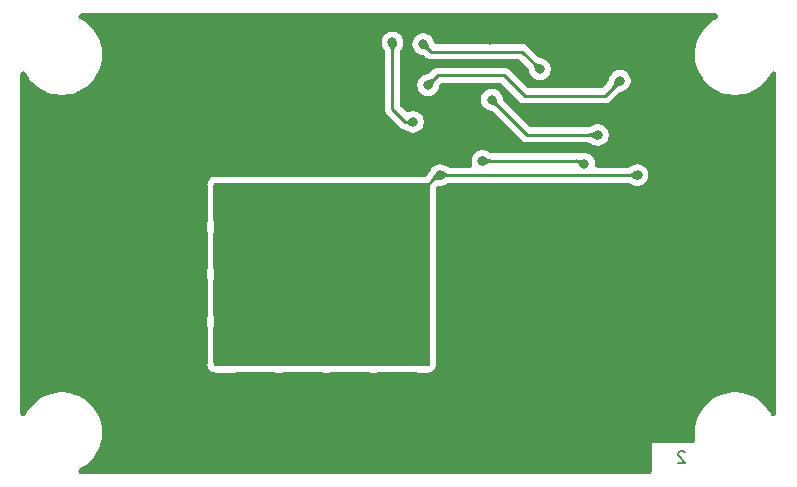
<source format=gbr>
%TF.GenerationSoftware,KiCad,Pcbnew,9.0.6*%
%TF.CreationDate,2026-02-02T20:30:55-05:00*%
%TF.ProjectId,Modular_Load,4d6f6475-6c61-4725-9f4c-6f61642e6b69,rev?*%
%TF.SameCoordinates,Original*%
%TF.FileFunction,Copper,L2,Bot*%
%TF.FilePolarity,Positive*%
%FSLAX46Y46*%
G04 Gerber Fmt 4.6, Leading zero omitted, Abs format (unit mm)*
G04 Created by KiCad (PCBNEW 9.0.6) date 2026-02-02 20:30:55*
%MOMM*%
%LPD*%
G01*
G04 APERTURE LIST*
G04 Aperture macros list*
%AMRoundRect*
0 Rectangle with rounded corners*
0 $1 Rounding radius*
0 $2 $3 $4 $5 $6 $7 $8 $9 X,Y pos of 4 corners*
0 Add a 4 corners polygon primitive as box body*
4,1,4,$2,$3,$4,$5,$6,$7,$8,$9,$2,$3,0*
0 Add four circle primitives for the rounded corners*
1,1,$1+$1,$2,$3*
1,1,$1+$1,$4,$5*
1,1,$1+$1,$6,$7*
1,1,$1+$1,$8,$9*
0 Add four rect primitives between the rounded corners*
20,1,$1+$1,$2,$3,$4,$5,0*
20,1,$1+$1,$4,$5,$6,$7,0*
20,1,$1+$1,$6,$7,$8,$9,0*
20,1,$1+$1,$8,$9,$2,$3,0*%
G04 Aperture macros list end*
%ADD10C,0.200000*%
%TA.AperFunction,NonConductor*%
%ADD11C,0.200000*%
%TD*%
%TA.AperFunction,SMDPad,CuDef*%
%ADD12RoundRect,0.250000X1.450000X-0.337500X1.450000X0.337500X-1.450000X0.337500X-1.450000X-0.337500X0*%
%TD*%
%TA.AperFunction,SMDPad,CuDef*%
%ADD13RoundRect,0.250000X-0.337500X-1.450000X0.337500X-1.450000X0.337500X1.450000X-0.337500X1.450000X0*%
%TD*%
%TA.AperFunction,SMDPad,CuDef*%
%ADD14RoundRect,0.250000X0.337500X1.450000X-0.337500X1.450000X-0.337500X-1.450000X0.337500X-1.450000X0*%
%TD*%
%TA.AperFunction,SMDPad,CuDef*%
%ADD15RoundRect,0.250000X-1.450000X0.337500X-1.450000X-0.337500X1.450000X-0.337500X1.450000X0.337500X0*%
%TD*%
%TA.AperFunction,ViaPad*%
%ADD16C,0.800000*%
%TD*%
%TA.AperFunction,Conductor*%
%ADD17C,0.250000*%
%TD*%
G04 APERTURE END LIST*
D10*
D11*
X148255713Y-94677457D02*
X148208094Y-94629838D01*
X148208094Y-94629838D02*
X148112856Y-94582219D01*
X148112856Y-94582219D02*
X147874761Y-94582219D01*
X147874761Y-94582219D02*
X147779523Y-94629838D01*
X147779523Y-94629838D02*
X147731904Y-94677457D01*
X147731904Y-94677457D02*
X147684285Y-94772695D01*
X147684285Y-94772695D02*
X147684285Y-94867933D01*
X147684285Y-94867933D02*
X147731904Y-95010790D01*
X147731904Y-95010790D02*
X148303332Y-95582219D01*
X148303332Y-95582219D02*
X147684285Y-95582219D01*
D12*
%TO.P,TJ15,1*%
%TO.N,/FB*%
X123900000Y-72437500D03*
%TO.P,TJ15,2*%
%TO.N,GND*%
X123900000Y-70762500D03*
%TD*%
D13*
%TO.P,TJ21,1*%
%TO.N,/FB*%
X126062500Y-75400000D03*
%TO.P,TJ21,2*%
%TO.N,GND*%
X127737500Y-75400000D03*
%TD*%
D14*
%TO.P,TJ9,1*%
%TO.N,/FB*%
X108937500Y-73600000D03*
%TO.P,TJ9,2*%
%TO.N,GND*%
X107262500Y-73600000D03*
%TD*%
%TO.P,TJ12,1*%
%TO.N,/FB*%
X108937500Y-85600000D03*
%TO.P,TJ12,2*%
%TO.N,GND*%
X107262500Y-85600000D03*
%TD*%
D15*
%TO.P,TJ13,1*%
%TO.N,/FB*%
X111900000Y-86762500D03*
%TO.P,TJ13,2*%
%TO.N,GND*%
X111900000Y-88437500D03*
%TD*%
%TO.P,TJ20,1*%
%TO.N,/FB*%
X119900000Y-86762500D03*
%TO.P,TJ20,2*%
%TO.N,GND*%
X119900000Y-88437500D03*
%TD*%
%TO.P,TJ14,1*%
%TO.N,/FB*%
X115900000Y-86762500D03*
%TO.P,TJ14,2*%
%TO.N,GND*%
X115900000Y-88437500D03*
%TD*%
D13*
%TO.P,TJ23,1*%
%TO.N,/FB*%
X126062500Y-79400000D03*
%TO.P,TJ23,2*%
%TO.N,GND*%
X127737500Y-79400000D03*
%TD*%
D12*
%TO.P,TJ17,1*%
%TO.N,/FB*%
X115900000Y-72437500D03*
%TO.P,TJ17,2*%
%TO.N,GND*%
X115900000Y-70762500D03*
%TD*%
D14*
%TO.P,TJ10,1*%
%TO.N,/FB*%
X108937500Y-77600000D03*
%TO.P,TJ10,2*%
%TO.N,GND*%
X107262500Y-77600000D03*
%TD*%
D12*
%TO.P,TJ16,1*%
%TO.N,/FB*%
X119900000Y-72437500D03*
%TO.P,TJ16,2*%
%TO.N,GND*%
X119900000Y-70762500D03*
%TD*%
D13*
%TO.P,TJ22,1*%
%TO.N,/FB*%
X126062500Y-83400000D03*
%TO.P,TJ22,2*%
%TO.N,GND*%
X127737500Y-83400000D03*
%TD*%
D12*
%TO.P,TJ18,1*%
%TO.N,/FB*%
X111900000Y-72437500D03*
%TO.P,TJ18,2*%
%TO.N,GND*%
X111900000Y-70762500D03*
%TD*%
D15*
%TO.P,TJ19,1*%
%TO.N,/FB*%
X123900000Y-86762500D03*
%TO.P,TJ19,2*%
%TO.N,GND*%
X123900000Y-88437500D03*
%TD*%
D14*
%TO.P,TJ11,1*%
%TO.N,/FB*%
X108937500Y-81600000D03*
%TO.P,TJ11,2*%
%TO.N,GND*%
X107262500Y-81600000D03*
%TD*%
D16*
%TO.N,Net-(U1D-+)*%
X139750000Y-70250000D03*
%TO.N,GND*%
X143000000Y-76500000D03*
X103750000Y-63250000D03*
X113500000Y-89500000D03*
X105000000Y-82500000D03*
X114500000Y-89500000D03*
X146000000Y-59750000D03*
X137000000Y-78500000D03*
X112500000Y-89500000D03*
X141000000Y-74500000D03*
X106000000Y-79000000D03*
X137000000Y-74500000D03*
X114000000Y-68500000D03*
X112500000Y-69500000D03*
X113500000Y-69500000D03*
X140000000Y-83500000D03*
X141000000Y-80500000D03*
X105000000Y-84500000D03*
X106000000Y-84000000D03*
X129000000Y-77500000D03*
X115000000Y-68500000D03*
X145000000Y-84500000D03*
X137000000Y-82500000D03*
X115000000Y-90500000D03*
X130000000Y-79000000D03*
X137000000Y-84500000D03*
X130000000Y-80000000D03*
X116500000Y-89500000D03*
X140000000Y-81500000D03*
X143000000Y-74500000D03*
X139000000Y-84500000D03*
X116000000Y-90500000D03*
X106000000Y-83000000D03*
X142000000Y-83500000D03*
X131750000Y-59750000D03*
X144000000Y-77500000D03*
X106000000Y-81000000D03*
X112000000Y-68500000D03*
X126300000Y-65400000D03*
X119000000Y-90500000D03*
X139000000Y-82500000D03*
X145000000Y-74500000D03*
X146500000Y-92500000D03*
X143000000Y-84500000D03*
X140000000Y-75500000D03*
X138000000Y-75500000D03*
X137000000Y-80500000D03*
X141000000Y-78500000D03*
X105000000Y-79500000D03*
X115500000Y-89500000D03*
X105000000Y-81500000D03*
X118000000Y-68500000D03*
X110000000Y-68500000D03*
X144000000Y-81500000D03*
X113000000Y-68500000D03*
X138000000Y-77500000D03*
X120000000Y-90500000D03*
X141000000Y-82500000D03*
X141000000Y-76500000D03*
X106000000Y-78000000D03*
X129000000Y-80500000D03*
X145000000Y-76500000D03*
X142000000Y-75500000D03*
X105000000Y-80500000D03*
X111500000Y-69500000D03*
X116500000Y-69500000D03*
X117500000Y-89500000D03*
X137000000Y-76500000D03*
X113000000Y-90500000D03*
X114500000Y-69500000D03*
X140000000Y-77500000D03*
X104250000Y-92500000D03*
X143000000Y-80500000D03*
X118000000Y-90500000D03*
X139000000Y-80500000D03*
X106000000Y-80000000D03*
X144000000Y-83500000D03*
X114000000Y-90500000D03*
X142000000Y-79500000D03*
X115500000Y-69500000D03*
X122500000Y-69500000D03*
X119000000Y-68500000D03*
X145000000Y-80500000D03*
X129000000Y-78500000D03*
X117000000Y-68500000D03*
X105000000Y-78500000D03*
X143000000Y-78500000D03*
X138000000Y-83500000D03*
X117000000Y-90500000D03*
X145000000Y-78500000D03*
X139000000Y-74500000D03*
X120000000Y-68500000D03*
X138000000Y-79500000D03*
X142000000Y-77500000D03*
X129000000Y-79500000D03*
X120500000Y-89500000D03*
X119500000Y-89500000D03*
X144000000Y-75500000D03*
X110500000Y-69500000D03*
X106000000Y-85000000D03*
X130000000Y-78000000D03*
X118500000Y-89500000D03*
X142000000Y-81500000D03*
X117500000Y-69500000D03*
X105000000Y-83500000D03*
X106000000Y-82000000D03*
X139000000Y-76500000D03*
X143000000Y-82500000D03*
X140000000Y-79500000D03*
X138000000Y-81500000D03*
X120500000Y-69500000D03*
X139000000Y-78500000D03*
X122000000Y-68500000D03*
X145000000Y-82500000D03*
X116000000Y-68500000D03*
X119500000Y-69500000D03*
X121000000Y-68500000D03*
X118500000Y-69500000D03*
X141000000Y-84500000D03*
X111000000Y-68500000D03*
X121500000Y-69500000D03*
X144000000Y-79500000D03*
%TO.N,/Offset*%
X142750000Y-63200000D03*
X126500000Y-63587500D03*
%TO.N,+10V*%
X136000000Y-62250000D03*
X126100000Y-60100000D03*
%TO.N,Net-(U1D-+)*%
X131100000Y-70000000D03*
%TO.N,/I_SET*%
X125250000Y-66700000D03*
X123500000Y-59950000D03*
%TO.N,Net-(U1A-+)*%
X140900000Y-67800000D03*
X131900000Y-64800000D03*
%TO.N,/FB*%
X124000000Y-85000000D03*
X122000000Y-86000000D03*
X119000000Y-76500000D03*
X125000000Y-79500000D03*
X118000000Y-84000000D03*
X114000000Y-85000000D03*
X115000000Y-76500000D03*
X115000000Y-75500000D03*
X125000000Y-80500000D03*
X121000000Y-86500000D03*
X117000000Y-76500000D03*
X119000000Y-73500000D03*
X120000000Y-81000000D03*
X117000000Y-74500000D03*
X115000000Y-84500000D03*
X122000000Y-85000000D03*
X122000000Y-81000000D03*
X119000000Y-84500000D03*
X120000000Y-78000000D03*
X114000000Y-84000000D03*
X125000000Y-82500000D03*
X114000000Y-80000000D03*
X116000000Y-74000000D03*
X116000000Y-85000000D03*
X123000000Y-79500000D03*
X118000000Y-74000000D03*
X116000000Y-84000000D03*
X114000000Y-83000000D03*
X121000000Y-84500000D03*
X114000000Y-79000000D03*
X115000000Y-85500000D03*
X114000000Y-77000000D03*
X118000000Y-81000000D03*
X121000000Y-85500000D03*
X127500000Y-71200000D03*
X125000000Y-83500000D03*
X114000000Y-74000000D03*
X115000000Y-73500000D03*
X123000000Y-86500000D03*
X120000000Y-85000000D03*
X123000000Y-84500000D03*
X115000000Y-82500000D03*
X125000000Y-81500000D03*
X115000000Y-77500000D03*
X119000000Y-79500000D03*
X117000000Y-79500000D03*
X115000000Y-80500000D03*
X115000000Y-81500000D03*
X120000000Y-84000000D03*
X113000000Y-73500000D03*
X116000000Y-78000000D03*
X114000000Y-75000000D03*
X119000000Y-85500000D03*
X125000000Y-84500000D03*
X118000000Y-78000000D03*
X121000000Y-79500000D03*
X115000000Y-79500000D03*
X122000000Y-84000000D03*
X117000000Y-84500000D03*
X144250000Y-71200000D03*
X114000000Y-76000000D03*
X118000000Y-75000000D03*
X115000000Y-78500000D03*
X119000000Y-74500000D03*
X123000000Y-82500000D03*
X120000000Y-75000000D03*
X114000000Y-82000000D03*
X119000000Y-82500000D03*
X118000000Y-85000000D03*
X115000000Y-74500000D03*
X115000000Y-83500000D03*
X116000000Y-81000000D03*
X121000000Y-73500000D03*
X117000000Y-73500000D03*
X122000000Y-78000000D03*
X120000000Y-74000000D03*
X125000000Y-78500000D03*
X124000000Y-86000000D03*
X123000000Y-85500000D03*
X121000000Y-82500000D03*
X114000000Y-81000000D03*
X114000000Y-78000000D03*
X117000000Y-82500000D03*
X116000000Y-75000000D03*
X117000000Y-85500000D03*
X125000000Y-85500000D03*
%TD*%
D17*
%TO.N,+10V*%
X136000000Y-62250000D02*
X134500000Y-60750000D01*
X134500000Y-60750000D02*
X126750000Y-60750000D01*
X126750000Y-60750000D02*
X126100000Y-60100000D01*
%TO.N,/Offset*%
X142750000Y-63200000D02*
X141450000Y-64500000D01*
X141450000Y-64500000D02*
X134718750Y-64500000D01*
X134718750Y-64500000D02*
X132968750Y-62750000D01*
X132968750Y-62750000D02*
X127337500Y-62750000D01*
X127337500Y-62750000D02*
X126500000Y-63587500D01*
%TO.N,/I_SET*%
X123500000Y-65600000D02*
X124600000Y-66700000D01*
X123500000Y-59950000D02*
X123500000Y-65600000D01*
X124600000Y-66700000D02*
X125250000Y-66700000D01*
%TO.N,Net-(U1A-+)*%
X140900000Y-67800000D02*
X134900000Y-67800000D01*
X134900000Y-67800000D02*
X131900000Y-64800000D01*
%TO.N,/FB*%
X126062500Y-72437500D02*
X123900000Y-72437500D01*
X144250000Y-71200000D02*
X127500000Y-71200000D01*
X127300000Y-71200000D02*
X126062500Y-72437500D01*
X127500000Y-71200000D02*
X127300000Y-71200000D01*
%TO.N,Net-(U1D-+)*%
X139500000Y-70000000D02*
X131100000Y-70000000D01*
X139750000Y-70250000D02*
X139500000Y-70000000D01*
%TD*%
%TA.AperFunction,Conductor*%
%TO.N,GND*%
G36*
X150934659Y-57519454D02*
G01*
X151015441Y-57573430D01*
X151069417Y-57654212D01*
X151088371Y-57749500D01*
X151069417Y-57844788D01*
X151015441Y-57925570D01*
X150956748Y-57969099D01*
X150749684Y-58079776D01*
X150749682Y-58079777D01*
X150471894Y-58265390D01*
X150471883Y-58265398D01*
X150213613Y-58477354D01*
X149977354Y-58713613D01*
X149765398Y-58971883D01*
X149765390Y-58971894D01*
X149579777Y-59249682D01*
X149579776Y-59249684D01*
X149422274Y-59544349D01*
X149294421Y-59853016D01*
X149294413Y-59853037D01*
X149197432Y-60172741D01*
X149168682Y-60317281D01*
X149139888Y-60462040D01*
X149132248Y-60500447D01*
X149099500Y-60832943D01*
X149099500Y-61167056D01*
X149132248Y-61499552D01*
X149197432Y-61827258D01*
X149294413Y-62146962D01*
X149294421Y-62146983D01*
X149422274Y-62455650D01*
X149579776Y-62750315D01*
X149579777Y-62750317D01*
X149752200Y-63008365D01*
X149765399Y-63028118D01*
X149977357Y-63286390D01*
X150213610Y-63522643D01*
X150471882Y-63734601D01*
X150749685Y-63920224D01*
X150884364Y-63992211D01*
X151044349Y-64077725D01*
X151206280Y-64144798D01*
X151353024Y-64205582D01*
X151353036Y-64205585D01*
X151353037Y-64205586D01*
X151672741Y-64302567D01*
X151672745Y-64302567D01*
X151672749Y-64302569D01*
X152000441Y-64367751D01*
X152332944Y-64400500D01*
X152332947Y-64400500D01*
X152667053Y-64400500D01*
X152667056Y-64400500D01*
X152999559Y-64367751D01*
X153327251Y-64302569D01*
X153646976Y-64205582D01*
X153898334Y-64101466D01*
X153955650Y-64077725D01*
X153955654Y-64077723D01*
X154250315Y-63920224D01*
X154528118Y-63734601D01*
X154786390Y-63522643D01*
X155022643Y-63286390D01*
X155234601Y-63028118D01*
X155420224Y-62750315D01*
X155530901Y-62543251D01*
X155592536Y-62468150D01*
X155678219Y-62422351D01*
X155774906Y-62412828D01*
X155867877Y-62441030D01*
X155942979Y-62502665D01*
X155988778Y-62588348D01*
X155999500Y-62660629D01*
X155999500Y-91339370D01*
X155980546Y-91434658D01*
X155926570Y-91515440D01*
X155845788Y-91569416D01*
X155750500Y-91588370D01*
X155655212Y-91569416D01*
X155574430Y-91515440D01*
X155530902Y-91456748D01*
X155420228Y-91249691D01*
X155420222Y-91249682D01*
X155234609Y-90971894D01*
X155234601Y-90971882D01*
X155022643Y-90713610D01*
X154786390Y-90477357D01*
X154528118Y-90265399D01*
X154528105Y-90265390D01*
X154250317Y-90079777D01*
X154250315Y-90079776D01*
X153955650Y-89922274D01*
X153646983Y-89794421D01*
X153646976Y-89794418D01*
X153646971Y-89794416D01*
X153646962Y-89794413D01*
X153327258Y-89697432D01*
X153163405Y-89664840D01*
X152999559Y-89632249D01*
X152999555Y-89632248D01*
X152999552Y-89632248D01*
X152667056Y-89599500D01*
X152332944Y-89599500D01*
X152332943Y-89599500D01*
X152000447Y-89632248D01*
X152000442Y-89632248D01*
X152000441Y-89632249D01*
X151919655Y-89648318D01*
X151672741Y-89697432D01*
X151353037Y-89794413D01*
X151353016Y-89794421D01*
X151044349Y-89922274D01*
X150749684Y-90079776D01*
X150749682Y-90079777D01*
X150471894Y-90265390D01*
X150471883Y-90265398D01*
X150213613Y-90477354D01*
X149977354Y-90713613D01*
X149765398Y-90971883D01*
X149765390Y-90971894D01*
X149579777Y-91249682D01*
X149579776Y-91249684D01*
X149422274Y-91544349D01*
X149294421Y-91853016D01*
X149294413Y-91853037D01*
X149197432Y-92172741D01*
X149132248Y-92500447D01*
X149099500Y-92832943D01*
X149099500Y-93167056D01*
X149132248Y-93499556D01*
X149132249Y-93499563D01*
X149144753Y-93562422D01*
X149144754Y-93659577D01*
X149107574Y-93749337D01*
X149038875Y-93818036D01*
X148949116Y-93855215D01*
X148900538Y-93860000D01*
X145430000Y-93860000D01*
X145430000Y-93860001D01*
X145430000Y-96250500D01*
X145411046Y-96345788D01*
X145357070Y-96426570D01*
X145276288Y-96480546D01*
X145181000Y-96499500D01*
X97160629Y-96499500D01*
X97065341Y-96480546D01*
X96984559Y-96426570D01*
X96930583Y-96345788D01*
X96911629Y-96250500D01*
X96930583Y-96155212D01*
X96984559Y-96074430D01*
X97043252Y-96030901D01*
X97250315Y-95920224D01*
X97528118Y-95734601D01*
X97786390Y-95522643D01*
X98022643Y-95286390D01*
X98234601Y-95028118D01*
X98420224Y-94750315D01*
X98577723Y-94455654D01*
X98705582Y-94146976D01*
X98770240Y-93933826D01*
X98802567Y-93827258D01*
X98802567Y-93827256D01*
X98802569Y-93827251D01*
X98867751Y-93499559D01*
X98900500Y-93167056D01*
X98900500Y-92832944D01*
X98867751Y-92500441D01*
X98802569Y-92172749D01*
X98705582Y-91853024D01*
X98644798Y-91706280D01*
X98577725Y-91544349D01*
X98420223Y-91249684D01*
X98420222Y-91249682D01*
X98234609Y-90971894D01*
X98234601Y-90971882D01*
X98022643Y-90713610D01*
X97786390Y-90477357D01*
X97528118Y-90265399D01*
X97528105Y-90265390D01*
X97250317Y-90079777D01*
X97250315Y-90079776D01*
X96955650Y-89922274D01*
X96646983Y-89794421D01*
X96646976Y-89794418D01*
X96646971Y-89794416D01*
X96646962Y-89794413D01*
X96327258Y-89697432D01*
X96163405Y-89664840D01*
X95999559Y-89632249D01*
X95999555Y-89632248D01*
X95999552Y-89632248D01*
X95667056Y-89599500D01*
X95332944Y-89599500D01*
X95332943Y-89599500D01*
X95000447Y-89632248D01*
X95000442Y-89632248D01*
X95000441Y-89632249D01*
X94919655Y-89648318D01*
X94672741Y-89697432D01*
X94353037Y-89794413D01*
X94353016Y-89794421D01*
X94044349Y-89922274D01*
X93749684Y-90079776D01*
X93749682Y-90079777D01*
X93471894Y-90265390D01*
X93471883Y-90265398D01*
X93213613Y-90477354D01*
X92977354Y-90713613D01*
X92765398Y-90971883D01*
X92765390Y-90971894D01*
X92579777Y-91249682D01*
X92579771Y-91249691D01*
X92469098Y-91456748D01*
X92407464Y-91531850D01*
X92321781Y-91577648D01*
X92225094Y-91587171D01*
X92132122Y-91558968D01*
X92057020Y-91497334D01*
X92011222Y-91411651D01*
X92000500Y-91339370D01*
X92000500Y-71974000D01*
X107836500Y-71974000D01*
X107836500Y-72009940D01*
X107837165Y-72036066D01*
X107837807Y-72048668D01*
X107839800Y-72074726D01*
X107841044Y-72086906D01*
X107841339Y-72095097D01*
X107841114Y-72096484D01*
X107841500Y-72104052D01*
X107841500Y-75095942D01*
X107840216Y-75121197D01*
X107839804Y-75125237D01*
X107839801Y-75125268D01*
X107838358Y-75144127D01*
X107837805Y-75151358D01*
X107837163Y-75163952D01*
X107836500Y-75190043D01*
X107836500Y-76009957D01*
X107837163Y-76036047D01*
X107837807Y-76048664D01*
X107839800Y-76074727D01*
X107840211Y-76078749D01*
X107841500Y-76104052D01*
X107841500Y-79095942D01*
X107840216Y-79121197D01*
X107839804Y-79125237D01*
X107839801Y-79125268D01*
X107838358Y-79144127D01*
X107837805Y-79151358D01*
X107837163Y-79163952D01*
X107836500Y-79190043D01*
X107836500Y-80009957D01*
X107837163Y-80036047D01*
X107837807Y-80048664D01*
X107839800Y-80074727D01*
X107840211Y-80078749D01*
X107841500Y-80104052D01*
X107841500Y-83095942D01*
X107840216Y-83121197D01*
X107839804Y-83125237D01*
X107839801Y-83125268D01*
X107838358Y-83144127D01*
X107837805Y-83151358D01*
X107837163Y-83163952D01*
X107836500Y-83190043D01*
X107836500Y-84009957D01*
X107837163Y-84036047D01*
X107837807Y-84048664D01*
X107839800Y-84074727D01*
X107840211Y-84078749D01*
X107841500Y-84104052D01*
X107841500Y-87082872D01*
X107841500Y-87082881D01*
X107841501Y-87100544D01*
X107841913Y-87104584D01*
X107839801Y-87125268D01*
X107837807Y-87151335D01*
X107837165Y-87163938D01*
X107836500Y-87190062D01*
X107836500Y-87276000D01*
X107841727Y-87349080D01*
X107846750Y-87384015D01*
X107862321Y-87455595D01*
X107874929Y-87483206D01*
X107887683Y-87521523D01*
X107887684Y-87521525D01*
X107894106Y-87540818D01*
X107894332Y-87541291D01*
X107921678Y-87585578D01*
X107923034Y-87588546D01*
X107926929Y-87594607D01*
X107927161Y-87594457D01*
X107935262Y-87607576D01*
X107958770Y-87644155D01*
X107962433Y-87650053D01*
X107964573Y-87653186D01*
X107966378Y-87655994D01*
X108009436Y-87705684D01*
X108009442Y-87705691D01*
X108048739Y-87751043D01*
X108056536Y-87757799D01*
X108079898Y-87772812D01*
X108108341Y-87794103D01*
X108125609Y-87809065D01*
X108129339Y-87812297D01*
X108129825Y-87812609D01*
X108130781Y-87813062D01*
X108174613Y-87834586D01*
X108178103Y-87836180D01*
X108178107Y-87836182D01*
X108221263Y-87855890D01*
X108243040Y-87865835D01*
X108243068Y-87865848D01*
X108243069Y-87865848D01*
X108250796Y-87869375D01*
X108250822Y-87869386D01*
X108252395Y-87870104D01*
X108253672Y-87870479D01*
X108253775Y-87870513D01*
X108262280Y-87873010D01*
X108262286Y-87873013D01*
X108287637Y-87880457D01*
X108287637Y-87880456D01*
X108320615Y-87890139D01*
X108320615Y-87890140D01*
X108329301Y-87892691D01*
X108329330Y-87892700D01*
X108329335Y-87892700D01*
X108336951Y-87894937D01*
X108373083Y-87905546D01*
X108383306Y-87907016D01*
X108383307Y-87907015D01*
X108383308Y-87907016D01*
X108411060Y-87907013D01*
X108446521Y-87909548D01*
X108459167Y-87911367D01*
X108473991Y-87913499D01*
X108473995Y-87913499D01*
X108474000Y-87913500D01*
X108474004Y-87913500D01*
X110131048Y-87913500D01*
X110131049Y-87913500D01*
X110212857Y-87906941D01*
X110251859Y-87900647D01*
X110331569Y-87881142D01*
X110361751Y-87871139D01*
X110440080Y-87858499D01*
X113359917Y-87858499D01*
X113438238Y-87871137D01*
X113468430Y-87881142D01*
X113496989Y-87888130D01*
X113548116Y-87900642D01*
X113548121Y-87900643D01*
X113548142Y-87900648D01*
X113587145Y-87906942D01*
X113659861Y-87912771D01*
X113668950Y-87913500D01*
X113668951Y-87913500D01*
X114131048Y-87913500D01*
X114131049Y-87913500D01*
X114212857Y-87906941D01*
X114251859Y-87900647D01*
X114331569Y-87881142D01*
X114361751Y-87871139D01*
X114440080Y-87858499D01*
X117359917Y-87858499D01*
X117438238Y-87871137D01*
X117468430Y-87881142D01*
X117496989Y-87888130D01*
X117548116Y-87900642D01*
X117548121Y-87900643D01*
X117548142Y-87900648D01*
X117587145Y-87906942D01*
X117659861Y-87912771D01*
X117668950Y-87913500D01*
X117668951Y-87913500D01*
X118131048Y-87913500D01*
X118131049Y-87913500D01*
X118212857Y-87906941D01*
X118251859Y-87900647D01*
X118331569Y-87881142D01*
X118361751Y-87871139D01*
X118440080Y-87858499D01*
X121359917Y-87858499D01*
X121438238Y-87871137D01*
X121468430Y-87881142D01*
X121496989Y-87888130D01*
X121548116Y-87900642D01*
X121548121Y-87900643D01*
X121548142Y-87900648D01*
X121587145Y-87906942D01*
X121659861Y-87912771D01*
X121668950Y-87913500D01*
X121668951Y-87913500D01*
X122131048Y-87913500D01*
X122131049Y-87913500D01*
X122212857Y-87906941D01*
X122251859Y-87900647D01*
X122331569Y-87881142D01*
X122361751Y-87871139D01*
X122440080Y-87858499D01*
X125359917Y-87858499D01*
X125438238Y-87871137D01*
X125468430Y-87881142D01*
X125496989Y-87888130D01*
X125548116Y-87900642D01*
X125548121Y-87900643D01*
X125548142Y-87900648D01*
X125587145Y-87906942D01*
X125659861Y-87912771D01*
X125668950Y-87913500D01*
X125668951Y-87913500D01*
X126525998Y-87913500D01*
X126526000Y-87913500D01*
X126635157Y-87901764D01*
X126635162Y-87901763D01*
X126635163Y-87901763D01*
X126686661Y-87890560D01*
X126686664Y-87890559D01*
X126686665Y-87890558D01*
X126686668Y-87890558D01*
X126790827Y-87855890D01*
X126913782Y-87776871D01*
X126966586Y-87731116D01*
X127062297Y-87620661D01*
X127123014Y-87487713D01*
X127142699Y-87420674D01*
X127142700Y-87420670D01*
X127163500Y-87276000D01*
X127163500Y-84990058D01*
X127162835Y-84963932D01*
X127162193Y-84951330D01*
X127160199Y-84925269D01*
X127159790Y-84921274D01*
X127158499Y-84895975D01*
X127158499Y-81904047D01*
X127159789Y-81878733D01*
X127160198Y-81874734D01*
X127162193Y-81848663D01*
X127162835Y-81836060D01*
X127163500Y-81809936D01*
X127163500Y-80990058D01*
X127162835Y-80963932D01*
X127162193Y-80951330D01*
X127160199Y-80925269D01*
X127159790Y-80921274D01*
X127158499Y-80895975D01*
X127158499Y-77904047D01*
X127159789Y-77878733D01*
X127160198Y-77874734D01*
X127162193Y-77848663D01*
X127162835Y-77836060D01*
X127163500Y-77809936D01*
X127163500Y-76990058D01*
X127162835Y-76963932D01*
X127162193Y-76951330D01*
X127160199Y-76925269D01*
X127159790Y-76921274D01*
X127158499Y-76895975D01*
X127158499Y-73904047D01*
X127159789Y-73878733D01*
X127160198Y-73874734D01*
X127162193Y-73848663D01*
X127162835Y-73836060D01*
X127163500Y-73809936D01*
X127163500Y-72370910D01*
X127171209Y-72332152D01*
X127176027Y-72292925D01*
X127180630Y-72284788D01*
X127182454Y-72275622D01*
X127204409Y-72242763D01*
X127223871Y-72208367D01*
X127231236Y-72202612D01*
X127236430Y-72194840D01*
X127269291Y-72172882D01*
X127300432Y-72148555D01*
X127308541Y-72146657D01*
X127317212Y-72140864D01*
X127394054Y-72122594D01*
X127404139Y-72121844D01*
X127436741Y-72122077D01*
X127438495Y-72122024D01*
X127477144Y-72119394D01*
X127570677Y-72109473D01*
X127574580Y-72109184D01*
X127576239Y-72109387D01*
X127585359Y-72108905D01*
X127589470Y-72108500D01*
X127589479Y-72108500D01*
X127589487Y-72108498D01*
X127589582Y-72108489D01*
X127611701Y-72105122D01*
X127619479Y-72104298D01*
X127642099Y-72101390D01*
X127643124Y-72101235D01*
X127678285Y-72093159D01*
X127708720Y-72088129D01*
X127714269Y-72087563D01*
X127795058Y-72067399D01*
X127795062Y-72067398D01*
X127821454Y-72060057D01*
X127821462Y-72060054D01*
X127821489Y-72060047D01*
X127822674Y-72059683D01*
X127848239Y-72051089D01*
X127922913Y-72023784D01*
X127959942Y-72008584D01*
X127961610Y-72007822D01*
X127997768Y-71989546D01*
X128124062Y-71919326D01*
X128145215Y-71906894D01*
X128146150Y-71906314D01*
X128166049Y-71893323D01*
X128182564Y-71881987D01*
X128195614Y-71876389D01*
X128206618Y-71867402D01*
X128237065Y-71858608D01*
X128271847Y-71843689D01*
X128299656Y-71839419D01*
X128302344Y-71839160D01*
X128319359Y-71837902D01*
X128347739Y-71834797D01*
X128349359Y-71834642D01*
X128350367Y-71834743D01*
X128373181Y-71833500D01*
X143394150Y-71833500D01*
X143434616Y-71837400D01*
X143434623Y-71837351D01*
X143436634Y-71837595D01*
X143441709Y-71838084D01*
X143443444Y-71838422D01*
X143443449Y-71838422D01*
X143443453Y-71838423D01*
X143452279Y-71839495D01*
X143452032Y-71841521D01*
X143532979Y-71861810D01*
X143561106Y-71877417D01*
X143562518Y-71878324D01*
X143562672Y-71878422D01*
X143564911Y-71879852D01*
X143564978Y-71879894D01*
X143565040Y-71879934D01*
X143565163Y-71880012D01*
X143568332Y-71881989D01*
X143571574Y-71884012D01*
X143701760Y-71963900D01*
X143737936Y-71984135D01*
X143737952Y-71984143D01*
X143737959Y-71984147D01*
X143739644Y-71985002D01*
X143777414Y-72002283D01*
X143777424Y-72002287D01*
X143777426Y-72002288D01*
X143863795Y-72037655D01*
X143895616Y-72049473D01*
X143897064Y-72049957D01*
X143897073Y-72049959D01*
X143897077Y-72049961D01*
X143929727Y-72059683D01*
X144029845Y-72085911D01*
X144043729Y-72089342D01*
X144043738Y-72089344D01*
X144043770Y-72089352D01*
X144044189Y-72089448D01*
X144044383Y-72089494D01*
X144113638Y-72100670D01*
X144113638Y-72100669D01*
X144126634Y-72102767D01*
X144126623Y-72102831D01*
X144141362Y-72104689D01*
X144160519Y-72108500D01*
X144160521Y-72108500D01*
X144339477Y-72108500D01*
X144339479Y-72108500D01*
X144515000Y-72073587D01*
X144680336Y-72005102D01*
X144829135Y-71905678D01*
X144955678Y-71779135D01*
X145055102Y-71630336D01*
X145123587Y-71465000D01*
X145158500Y-71289479D01*
X145158500Y-71110521D01*
X145123587Y-70935000D01*
X145055102Y-70769664D01*
X144955678Y-70620865D01*
X144829135Y-70494322D01*
X144827062Y-70492937D01*
X144680336Y-70394898D01*
X144680331Y-70394895D01*
X144515001Y-70326413D01*
X144456493Y-70314775D01*
X144339479Y-70291500D01*
X144160521Y-70291500D01*
X144132004Y-70297172D01*
X144087448Y-70306034D01*
X144064188Y-70309527D01*
X144035743Y-70312433D01*
X144035738Y-70312434D01*
X144035734Y-70312434D01*
X144035733Y-70312435D01*
X144015439Y-70317500D01*
X143954916Y-70332605D01*
X143928569Y-70339931D01*
X143927476Y-70340267D01*
X143927453Y-70340274D01*
X143927439Y-70340279D01*
X143917741Y-70343538D01*
X143901757Y-70348909D01*
X143827070Y-70376220D01*
X143789905Y-70391483D01*
X143788225Y-70392252D01*
X143752255Y-70410440D01*
X143625919Y-70480682D01*
X143606374Y-70492161D01*
X143605054Y-70492937D01*
X143604158Y-70493492D01*
X143583962Y-70506667D01*
X143570433Y-70515953D01*
X143567420Y-70518021D01*
X143554373Y-70523616D01*
X143543384Y-70532592D01*
X143512933Y-70541388D01*
X143478130Y-70556314D01*
X143450347Y-70560578D01*
X143447583Y-70560843D01*
X143430642Y-70562097D01*
X143402297Y-70565197D01*
X143400637Y-70565357D01*
X143399632Y-70565255D01*
X143376809Y-70566500D01*
X140907500Y-70566500D01*
X140812212Y-70547546D01*
X140731430Y-70493570D01*
X140677454Y-70412788D01*
X140658500Y-70317500D01*
X140658500Y-70160522D01*
X140644368Y-70089476D01*
X140623587Y-69985000D01*
X140555102Y-69819664D01*
X140455678Y-69670865D01*
X140329135Y-69544322D01*
X140180336Y-69444898D01*
X140180331Y-69444895D01*
X140015001Y-69376413D01*
X139942822Y-69362056D01*
X139839479Y-69341500D01*
X139660521Y-69341500D01*
X139660515Y-69341500D01*
X139627361Y-69348095D01*
X139611114Y-69350772D01*
X139597732Y-69352524D01*
X139576631Y-69352986D01*
X139511335Y-69363836D01*
X139507084Y-69364393D01*
X139503316Y-69364143D01*
X139474758Y-69366500D01*
X139186387Y-69366500D01*
X139176520Y-69366304D01*
X139173784Y-69366195D01*
X139077735Y-69362385D01*
X139066543Y-69362063D01*
X139066127Y-69362056D01*
X139066119Y-69362056D01*
X139066117Y-69362056D01*
X139066114Y-69362056D01*
X139014477Y-69364358D01*
X138989198Y-69365486D01*
X138989189Y-69365300D01*
X138972935Y-69366500D01*
X131955853Y-69366500D01*
X131922364Y-69364238D01*
X131915301Y-69363279D01*
X131906554Y-69361577D01*
X131900582Y-69361281D01*
X131890027Y-69359849D01*
X131853958Y-69347443D01*
X131816963Y-69338161D01*
X131800653Y-69329110D01*
X131798154Y-69328251D01*
X131796551Y-69326834D01*
X131788937Y-69322609D01*
X131787540Y-69321712D01*
X131783019Y-69318842D01*
X131783006Y-69318833D01*
X131782918Y-69318778D01*
X131782714Y-69318650D01*
X131778367Y-69315953D01*
X131648256Y-69236110D01*
X131635350Y-69228890D01*
X131612034Y-69215848D01*
X131610352Y-69214995D01*
X131572589Y-69197717D01*
X131486176Y-69162333D01*
X131454501Y-69150566D01*
X131453027Y-69150073D01*
X131420290Y-69140321D01*
X131367200Y-69126413D01*
X131320146Y-69114086D01*
X131305762Y-69110539D01*
X131305118Y-69110390D01*
X131305114Y-69110389D01*
X131305101Y-69110387D01*
X131223406Y-69097245D01*
X131223417Y-69097172D01*
X131208639Y-69095311D01*
X131208055Y-69095194D01*
X131189479Y-69091500D01*
X131010521Y-69091500D01*
X130922760Y-69108956D01*
X130834998Y-69126413D01*
X130669668Y-69194895D01*
X130669663Y-69194898D01*
X130520868Y-69294319D01*
X130394319Y-69420868D01*
X130294898Y-69569663D01*
X130294895Y-69569668D01*
X130226413Y-69734998D01*
X130226413Y-69735000D01*
X130191500Y-69910521D01*
X130191500Y-70089479D01*
X130226413Y-70265000D01*
X130226414Y-70265004D01*
X130227194Y-70268922D01*
X130227194Y-70366077D01*
X130190014Y-70455837D01*
X130121315Y-70524536D01*
X130031556Y-70561716D01*
X129982978Y-70566500D01*
X128355853Y-70566500D01*
X128322364Y-70564238D01*
X128315301Y-70563279D01*
X128306554Y-70561577D01*
X128300582Y-70561281D01*
X128290027Y-70559849D01*
X128253958Y-70547443D01*
X128216963Y-70538161D01*
X128200653Y-70529110D01*
X128198154Y-70528251D01*
X128196551Y-70526834D01*
X128188937Y-70522609D01*
X128187540Y-70521712D01*
X128183019Y-70518842D01*
X128183006Y-70518833D01*
X128182918Y-70518778D01*
X128182714Y-70518650D01*
X128178367Y-70515953D01*
X128048256Y-70436110D01*
X128035350Y-70428890D01*
X128012034Y-70415848D01*
X128010352Y-70414995D01*
X127972589Y-70397717D01*
X127886176Y-70362333D01*
X127854501Y-70350566D01*
X127853027Y-70350073D01*
X127820290Y-70340321D01*
X127767200Y-70326413D01*
X127720146Y-70314086D01*
X127705762Y-70310539D01*
X127705118Y-70310390D01*
X127705114Y-70310389D01*
X127705101Y-70310387D01*
X127623406Y-70297245D01*
X127623417Y-70297172D01*
X127608639Y-70295311D01*
X127608055Y-70295194D01*
X127589479Y-70291500D01*
X127410521Y-70291500D01*
X127337453Y-70306034D01*
X127234998Y-70326413D01*
X127069668Y-70394895D01*
X127069663Y-70394898D01*
X126920868Y-70494319D01*
X126794319Y-70620868D01*
X126754336Y-70680707D01*
X126754327Y-70680720D01*
X126745856Y-70693399D01*
X126720382Y-70724794D01*
X126584528Y-70952017D01*
X126583239Y-70954156D01*
X126583213Y-70954198D01*
X126520877Y-71057661D01*
X126502117Y-71084604D01*
X126486428Y-71104237D01*
X126473074Y-71119614D01*
X126404122Y-71192741D01*
X126366169Y-71236919D01*
X126353373Y-71250721D01*
X126340532Y-71263563D01*
X126259753Y-71317542D01*
X126164466Y-71336500D01*
X125490059Y-71336500D01*
X125463974Y-71337163D01*
X125463968Y-71337163D01*
X125463940Y-71337164D01*
X125451399Y-71337802D01*
X125451374Y-71337803D01*
X125451372Y-71337804D01*
X125448910Y-71337992D01*
X125425258Y-71339800D01*
X125421230Y-71340212D01*
X125395935Y-71341500D01*
X122404056Y-71341500D01*
X122378798Y-71340216D01*
X122374747Y-71339802D01*
X122348641Y-71337805D01*
X122336047Y-71337163D01*
X122309955Y-71336500D01*
X122309937Y-71336500D01*
X121490059Y-71336500D01*
X121463974Y-71337163D01*
X121463968Y-71337163D01*
X121463940Y-71337164D01*
X121451399Y-71337802D01*
X121451374Y-71337803D01*
X121451372Y-71337804D01*
X121448910Y-71337992D01*
X121425258Y-71339800D01*
X121421230Y-71340212D01*
X121395935Y-71341500D01*
X118404056Y-71341500D01*
X118378798Y-71340216D01*
X118374747Y-71339802D01*
X118348641Y-71337805D01*
X118336047Y-71337163D01*
X118309955Y-71336500D01*
X118309937Y-71336500D01*
X117490059Y-71336500D01*
X117463974Y-71337163D01*
X117463968Y-71337163D01*
X117463940Y-71337164D01*
X117451399Y-71337802D01*
X117451374Y-71337803D01*
X117451372Y-71337804D01*
X117448910Y-71337992D01*
X117425258Y-71339800D01*
X117421230Y-71340212D01*
X117395935Y-71341500D01*
X114404056Y-71341500D01*
X114378798Y-71340216D01*
X114374747Y-71339802D01*
X114348641Y-71337805D01*
X114336047Y-71337163D01*
X114309955Y-71336500D01*
X114309937Y-71336500D01*
X113490059Y-71336500D01*
X113463974Y-71337163D01*
X113463968Y-71337163D01*
X113463940Y-71337164D01*
X113451399Y-71337802D01*
X113451374Y-71337803D01*
X113451372Y-71337804D01*
X113448910Y-71337992D01*
X113425258Y-71339800D01*
X113421230Y-71340212D01*
X113395935Y-71341500D01*
X110404056Y-71341500D01*
X110378798Y-71340216D01*
X110374747Y-71339802D01*
X110348641Y-71337805D01*
X110336047Y-71337163D01*
X110309955Y-71336500D01*
X110309937Y-71336500D01*
X108474000Y-71336500D01*
X108473996Y-71336500D01*
X108364837Y-71348236D01*
X108364836Y-71348236D01*
X108313338Y-71359439D01*
X108313335Y-71359440D01*
X108209172Y-71394109D01*
X108086223Y-71473125D01*
X108086213Y-71473132D01*
X108033421Y-71518877D01*
X108033407Y-71518891D01*
X107937703Y-71629337D01*
X107876985Y-71762287D01*
X107857301Y-71829321D01*
X107852630Y-71861810D01*
X107836500Y-71974000D01*
X92000500Y-71974000D01*
X92000500Y-62660629D01*
X92019454Y-62565341D01*
X92073430Y-62484559D01*
X92154212Y-62430583D01*
X92249500Y-62411629D01*
X92344788Y-62430583D01*
X92425570Y-62484559D01*
X92469099Y-62543252D01*
X92579776Y-62750315D01*
X92579777Y-62750317D01*
X92752200Y-63008365D01*
X92765399Y-63028118D01*
X92977357Y-63286390D01*
X93213610Y-63522643D01*
X93471882Y-63734601D01*
X93749685Y-63920224D01*
X93884364Y-63992211D01*
X94044349Y-64077725D01*
X94206280Y-64144798D01*
X94353024Y-64205582D01*
X94353036Y-64205585D01*
X94353037Y-64205586D01*
X94672741Y-64302567D01*
X94672745Y-64302567D01*
X94672749Y-64302569D01*
X95000441Y-64367751D01*
X95332944Y-64400500D01*
X95332947Y-64400500D01*
X95667053Y-64400500D01*
X95667056Y-64400500D01*
X95999559Y-64367751D01*
X96327251Y-64302569D01*
X96646976Y-64205582D01*
X96898334Y-64101466D01*
X96955650Y-64077725D01*
X96955654Y-64077723D01*
X97250315Y-63920224D01*
X97528118Y-63734601D01*
X97786390Y-63522643D01*
X98022643Y-63286390D01*
X98234601Y-63028118D01*
X98420224Y-62750315D01*
X98577723Y-62455654D01*
X98582435Y-62444280D01*
X98625845Y-62339477D01*
X98705582Y-62146976D01*
X98802569Y-61827251D01*
X98867751Y-61499559D01*
X98900500Y-61167056D01*
X98900500Y-60832944D01*
X98867751Y-60500441D01*
X98802569Y-60172749D01*
X98799994Y-60164261D01*
X98726072Y-59920570D01*
X98726071Y-59920568D01*
X98707856Y-59860521D01*
X122591500Y-59860521D01*
X122591500Y-60039479D01*
X122608332Y-60124102D01*
X122610036Y-60140793D01*
X122610038Y-60140811D01*
X122612432Y-60164249D01*
X122612434Y-60164261D01*
X122632601Y-60245067D01*
X122639998Y-60271645D01*
X122640359Y-60272819D01*
X122648903Y-60298223D01*
X122676212Y-60372907D01*
X122691465Y-60410048D01*
X122692230Y-60411722D01*
X122710449Y-60447760D01*
X122780664Y-60574046D01*
X122793054Y-60595134D01*
X122793611Y-60596032D01*
X122793621Y-60596047D01*
X122806674Y-60616045D01*
X122806682Y-60616056D01*
X122818017Y-60632571D01*
X122823612Y-60645618D01*
X122832593Y-60656613D01*
X122841389Y-60687067D01*
X122856312Y-60721860D01*
X122860578Y-60749650D01*
X122860842Y-60752406D01*
X122862097Y-60769357D01*
X122865197Y-60797704D01*
X122865357Y-60799363D01*
X122865255Y-60800367D01*
X122866500Y-60823190D01*
X122866500Y-65537606D01*
X122866500Y-65662394D01*
X122890845Y-65784785D01*
X122897536Y-65800939D01*
X122938597Y-65900070D01*
X122938600Y-65900075D01*
X123007929Y-66003833D01*
X124047463Y-67043367D01*
X124072901Y-67074454D01*
X124141079Y-67136983D01*
X124144875Y-67140779D01*
X124144877Y-67140782D01*
X124170596Y-67166500D01*
X124196167Y-67192071D01*
X124299925Y-67261400D01*
X124299930Y-67261402D01*
X124299932Y-67261403D01*
X124352556Y-67283201D01*
X124356672Y-67284949D01*
X124361860Y-67287208D01*
X124458195Y-67334480D01*
X124486174Y-67347186D01*
X124487462Y-67347725D01*
X124516124Y-67358724D01*
X124561490Y-67374595D01*
X124627928Y-67399921D01*
X124661372Y-67415604D01*
X124766451Y-67474754D01*
X124789202Y-67486565D01*
X124812812Y-67500523D01*
X124819664Y-67505102D01*
X124985000Y-67573587D01*
X125160521Y-67608500D01*
X125160523Y-67608500D01*
X125339477Y-67608500D01*
X125339479Y-67608500D01*
X125515000Y-67573587D01*
X125680336Y-67505102D01*
X125829135Y-67405678D01*
X125955678Y-67279135D01*
X126055102Y-67130336D01*
X126123587Y-66965000D01*
X126158500Y-66789479D01*
X126158500Y-66610521D01*
X126123587Y-66435000D01*
X126055102Y-66269664D01*
X125955678Y-66120865D01*
X125829135Y-65994322D01*
X125753511Y-65943792D01*
X125680336Y-65894898D01*
X125680331Y-65894895D01*
X125515001Y-65826413D01*
X125447196Y-65812926D01*
X125339479Y-65791500D01*
X125160521Y-65791500D01*
X124985000Y-65826413D01*
X124984999Y-65826413D01*
X124984996Y-65826414D01*
X124944557Y-65843164D01*
X124935429Y-65846736D01*
X124933933Y-65847287D01*
X124887677Y-65863708D01*
X124877244Y-65868193D01*
X124871055Y-65870476D01*
X124829421Y-65877065D01*
X124788191Y-65885834D01*
X124781658Y-65884624D01*
X124775094Y-65885663D01*
X124734101Y-65875816D01*
X124692660Y-65868141D01*
X124687087Y-65864523D01*
X124680626Y-65862971D01*
X124646524Y-65838188D01*
X124611173Y-65815237D01*
X124608830Y-65812926D01*
X124206430Y-65410526D01*
X124152454Y-65329744D01*
X124133500Y-65234456D01*
X124133500Y-64710522D01*
X130991500Y-64710522D01*
X130991500Y-64889477D01*
X131026413Y-65065001D01*
X131094895Y-65230331D01*
X131094898Y-65230336D01*
X131194321Y-65379133D01*
X131194323Y-65379136D01*
X131320858Y-65505672D01*
X131320861Y-65505674D01*
X131320865Y-65505678D01*
X131382816Y-65547072D01*
X131401736Y-65561052D01*
X131423906Y-65579113D01*
X131495288Y-65621980D01*
X131518974Y-65635363D01*
X131520069Y-65635944D01*
X131544432Y-65648055D01*
X131616551Y-65681553D01*
X131628016Y-65686341D01*
X131653682Y-65697061D01*
X131653701Y-65697068D01*
X131655420Y-65697708D01*
X131693686Y-65710270D01*
X131832627Y-65749916D01*
X131855915Y-65755975D01*
X131856986Y-65756227D01*
X131880702Y-65761219D01*
X131880740Y-65761226D01*
X131900407Y-65764884D01*
X131913592Y-65770153D01*
X131927725Y-65771579D01*
X131955478Y-65786893D01*
X131990624Y-65800939D01*
X132013301Y-65817579D01*
X132015411Y-65819319D01*
X132028310Y-65830441D01*
X132050590Y-65848328D01*
X132051828Y-65849349D01*
X132052468Y-65850133D01*
X132069482Y-65865387D01*
X134496167Y-68292072D01*
X134599925Y-68361401D01*
X134599926Y-68361401D01*
X134599927Y-68361402D01*
X134658905Y-68385831D01*
X134658910Y-68385832D01*
X134715215Y-68409155D01*
X134837606Y-68433500D01*
X134837607Y-68433500D01*
X134962394Y-68433500D01*
X140044150Y-68433500D01*
X140077627Y-68435761D01*
X140084706Y-68436721D01*
X140093444Y-68438422D01*
X140099416Y-68438717D01*
X140109961Y-68440148D01*
X140146006Y-68452542D01*
X140182979Y-68461810D01*
X140199313Y-68470873D01*
X140201836Y-68471741D01*
X140203453Y-68473170D01*
X140211106Y-68477417D01*
X140212518Y-68478324D01*
X140212672Y-68478422D01*
X140214911Y-68479852D01*
X140214978Y-68479894D01*
X140215040Y-68479934D01*
X140215163Y-68480012D01*
X140219107Y-68482472D01*
X140221574Y-68484012D01*
X140351760Y-68563900D01*
X140387936Y-68584135D01*
X140387952Y-68584143D01*
X140387959Y-68584147D01*
X140389644Y-68585002D01*
X140427414Y-68602283D01*
X140427424Y-68602287D01*
X140427426Y-68602288D01*
X140513795Y-68637655D01*
X140545616Y-68649473D01*
X140547064Y-68649957D01*
X140547073Y-68649959D01*
X140547077Y-68649961D01*
X140579727Y-68659683D01*
X140679845Y-68685911D01*
X140693729Y-68689342D01*
X140693738Y-68689344D01*
X140693770Y-68689352D01*
X140694189Y-68689448D01*
X140694383Y-68689494D01*
X140763638Y-68700670D01*
X140763638Y-68700669D01*
X140776634Y-68702767D01*
X140776623Y-68702831D01*
X140791362Y-68704689D01*
X140810519Y-68708500D01*
X140810521Y-68708500D01*
X140989477Y-68708500D01*
X140989479Y-68708500D01*
X141165000Y-68673587D01*
X141330336Y-68605102D01*
X141479135Y-68505678D01*
X141605678Y-68379135D01*
X141705102Y-68230336D01*
X141773587Y-68065000D01*
X141808500Y-67889479D01*
X141808500Y-67710521D01*
X141773587Y-67535000D01*
X141720368Y-67406519D01*
X141705104Y-67369668D01*
X141705101Y-67369663D01*
X141690082Y-67347186D01*
X141605678Y-67220865D01*
X141479135Y-67094322D01*
X141477062Y-67092937D01*
X141330336Y-66994898D01*
X141330331Y-66994895D01*
X141165001Y-66926413D01*
X141094717Y-66912433D01*
X140989479Y-66891500D01*
X140810521Y-66891500D01*
X140765441Y-66900466D01*
X140737448Y-66906034D01*
X140714188Y-66909527D01*
X140685743Y-66912433D01*
X140685738Y-66912434D01*
X140685734Y-66912434D01*
X140685733Y-66912435D01*
X140658797Y-66919157D01*
X140604916Y-66932605D01*
X140578569Y-66939931D01*
X140577476Y-66940267D01*
X140577453Y-66940274D01*
X140577439Y-66940279D01*
X140567741Y-66943538D01*
X140551757Y-66948909D01*
X140477070Y-66976220D01*
X140439905Y-66991483D01*
X140438225Y-66992252D01*
X140402255Y-67010440D01*
X140275919Y-67080682D01*
X140256374Y-67092161D01*
X140255054Y-67092937D01*
X140254158Y-67093492D01*
X140233962Y-67106667D01*
X140233961Y-67106668D01*
X140217420Y-67118021D01*
X140204373Y-67123616D01*
X140193384Y-67132592D01*
X140162933Y-67141388D01*
X140128130Y-67156314D01*
X140100347Y-67160578D01*
X140097583Y-67160843D01*
X140080642Y-67162097D01*
X140052297Y-67165197D01*
X140050637Y-67165357D01*
X140049632Y-67165255D01*
X140026809Y-67166500D01*
X135265545Y-67166500D01*
X135170257Y-67147546D01*
X135089475Y-67093570D01*
X132953131Y-64957227D01*
X132927274Y-64925851D01*
X132927235Y-64925883D01*
X132925972Y-64924271D01*
X132922735Y-64920343D01*
X132921750Y-64918882D01*
X132916265Y-64911881D01*
X132917867Y-64910625D01*
X132874966Y-64838996D01*
X132866140Y-64808167D01*
X132865780Y-64806516D01*
X132864501Y-64800801D01*
X132864444Y-64800554D01*
X132864441Y-64800539D01*
X132863370Y-64795974D01*
X132827828Y-64647525D01*
X132816560Y-64607643D01*
X132816556Y-64607631D01*
X132816553Y-64607620D01*
X132815976Y-64605853D01*
X132801467Y-64566863D01*
X132788117Y-64535000D01*
X132765395Y-64480766D01*
X132751336Y-64450081D01*
X132751315Y-64450040D01*
X132750654Y-64448711D01*
X132734353Y-64418577D01*
X132682105Y-64329237D01*
X132674161Y-64316107D01*
X132673805Y-64315538D01*
X132664422Y-64302569D01*
X132625671Y-64249009D01*
X132625734Y-64248962D01*
X132616534Y-64237112D01*
X132605680Y-64220868D01*
X132605678Y-64220865D01*
X132479135Y-64094322D01*
X132330336Y-63994898D01*
X132330331Y-63994895D01*
X132165001Y-63926413D01*
X132060767Y-63905680D01*
X131989479Y-63891500D01*
X131810521Y-63891500D01*
X131739243Y-63905678D01*
X131634998Y-63926413D01*
X131469668Y-63994895D01*
X131469663Y-63994898D01*
X131320868Y-64094319D01*
X131194319Y-64220868D01*
X131094898Y-64369663D01*
X131094895Y-64369668D01*
X131026413Y-64534998D01*
X130991500Y-64710522D01*
X124133500Y-64710522D01*
X124133500Y-63498022D01*
X125591500Y-63498022D01*
X125591500Y-63676977D01*
X125626413Y-63852501D01*
X125694895Y-64017831D01*
X125694898Y-64017836D01*
X125793982Y-64166127D01*
X125794322Y-64166635D01*
X125920865Y-64293178D01*
X126069664Y-64392602D01*
X126069666Y-64392602D01*
X126069668Y-64392604D01*
X126132375Y-64418578D01*
X126235000Y-64461087D01*
X126410521Y-64496000D01*
X126410523Y-64496000D01*
X126589477Y-64496000D01*
X126589479Y-64496000D01*
X126765000Y-64461087D01*
X126930336Y-64392602D01*
X127079135Y-64293178D01*
X127205678Y-64166635D01*
X127247066Y-64104690D01*
X127261050Y-64085765D01*
X127267600Y-64077725D01*
X127279113Y-64063593D01*
X127321980Y-63992211D01*
X127335363Y-63968525D01*
X127335944Y-63967430D01*
X127348055Y-63943067D01*
X127381553Y-63870948D01*
X127397068Y-63833798D01*
X127397708Y-63832079D01*
X127410269Y-63793817D01*
X127449916Y-63654876D01*
X127455976Y-63631584D01*
X127456228Y-63630513D01*
X127461223Y-63606785D01*
X127464883Y-63587098D01*
X127471473Y-63570606D01*
X127473762Y-63552987D01*
X127489338Y-63525898D01*
X127500932Y-63496884D01*
X127522192Y-63468763D01*
X127522289Y-63468652D01*
X127599263Y-63409372D01*
X127693063Y-63384062D01*
X127709785Y-63383500D01*
X132603206Y-63383500D01*
X132698494Y-63402454D01*
X132779275Y-63456429D01*
X134314917Y-64992072D01*
X134314920Y-64992074D01*
X134418673Y-65061400D01*
X134418675Y-65061401D01*
X134481727Y-65087517D01*
X134500194Y-65095167D01*
X134500197Y-65095168D01*
X134533965Y-65109155D01*
X134656356Y-65133500D01*
X134656359Y-65133500D01*
X141512391Y-65133500D01*
X141512394Y-65133500D01*
X141634785Y-65109155D01*
X141750075Y-65061400D01*
X141853833Y-64992071D01*
X142592769Y-64253133D01*
X142618043Y-64231058D01*
X142623732Y-64226727D01*
X142631114Y-64221752D01*
X142635546Y-64217737D01*
X142644014Y-64211293D01*
X142678265Y-64194570D01*
X142710968Y-64174978D01*
X142728927Y-64169836D01*
X142731319Y-64168669D01*
X142733468Y-64168536D01*
X142741868Y-64166131D01*
X142743485Y-64165780D01*
X142749692Y-64164388D01*
X142749926Y-64164334D01*
X142754026Y-64163370D01*
X142902474Y-64127828D01*
X142942355Y-64116560D01*
X142944152Y-64115973D01*
X142983133Y-64101468D01*
X143069231Y-64065396D01*
X143099918Y-64051336D01*
X143101304Y-64050645D01*
X143131421Y-64034354D01*
X143220762Y-63982105D01*
X143233892Y-63974161D01*
X143234461Y-63973805D01*
X143290386Y-63933342D01*
X143290386Y-63933341D01*
X143300995Y-63925666D01*
X143301042Y-63925731D01*
X143312886Y-63916534D01*
X143329135Y-63905678D01*
X143455678Y-63779135D01*
X143555102Y-63630336D01*
X143623587Y-63465000D01*
X143658500Y-63289479D01*
X143658500Y-63110521D01*
X143623587Y-62935000D01*
X143591953Y-62858629D01*
X143555104Y-62769668D01*
X143555101Y-62769663D01*
X143544059Y-62753138D01*
X143455678Y-62620865D01*
X143329135Y-62494322D01*
X143312371Y-62483121D01*
X143180336Y-62394898D01*
X143180331Y-62394895D01*
X143015001Y-62326413D01*
X142956493Y-62314775D01*
X142839479Y-62291500D01*
X142660521Y-62291500D01*
X142572760Y-62308956D01*
X142484998Y-62326413D01*
X142319668Y-62394895D01*
X142319663Y-62394898D01*
X142170868Y-62494319D01*
X142044318Y-62620869D01*
X142002935Y-62682802D01*
X141988957Y-62701721D01*
X141970890Y-62723900D01*
X141928004Y-62795312D01*
X141914612Y-62819013D01*
X141914052Y-62820069D01*
X141901962Y-62844392D01*
X141868439Y-62916562D01*
X141852895Y-62953789D01*
X141852271Y-62955466D01*
X141852201Y-62955680D01*
X141839731Y-62993677D01*
X141806390Y-63110522D01*
X141800075Y-63132654D01*
X141794073Y-63155698D01*
X141793830Y-63156727D01*
X141788779Y-63180697D01*
X141785110Y-63200424D01*
X141779841Y-63213604D01*
X141778417Y-63227729D01*
X141763100Y-63255488D01*
X141749050Y-63290639D01*
X141732417Y-63313305D01*
X141730663Y-63315431D01*
X141719560Y-63328309D01*
X141701706Y-63350547D01*
X141700647Y-63351832D01*
X141699863Y-63352471D01*
X141684609Y-63369485D01*
X141260527Y-63793569D01*
X141179746Y-63847546D01*
X141084458Y-63866500D01*
X135084295Y-63866500D01*
X134989007Y-63847546D01*
X134908226Y-63793570D01*
X133372583Y-62257929D01*
X133268825Y-62188600D01*
X133268820Y-62188597D01*
X133153537Y-62140846D01*
X133153535Y-62140845D01*
X133031144Y-62116500D01*
X127399894Y-62116500D01*
X127275106Y-62116500D01*
X127152715Y-62140845D01*
X127152713Y-62140845D01*
X127152712Y-62140846D01*
X127037429Y-62188597D01*
X127037424Y-62188600D01*
X126933665Y-62257929D01*
X126657226Y-62534368D01*
X126631949Y-62556446D01*
X126626257Y-62560777D01*
X126618885Y-62565748D01*
X126614465Y-62569751D01*
X126605982Y-62576207D01*
X126571707Y-62592939D01*
X126538983Y-62612536D01*
X126521047Y-62617671D01*
X126518675Y-62618830D01*
X126516544Y-62618961D01*
X126508198Y-62621351D01*
X126506591Y-62621701D01*
X126506510Y-62621719D01*
X126506488Y-62621724D01*
X126499626Y-62623267D01*
X126499608Y-62623271D01*
X126499591Y-62623275D01*
X126499556Y-62623283D01*
X126499458Y-62623306D01*
X126496062Y-62624106D01*
X126495871Y-62624152D01*
X126347503Y-62659675D01*
X126307691Y-62670921D01*
X126305880Y-62671513D01*
X126266883Y-62686022D01*
X126180756Y-62722107D01*
X126150083Y-62736159D01*
X126148742Y-62736828D01*
X126118589Y-62753138D01*
X126029195Y-62805418D01*
X126015506Y-62813712D01*
X126014985Y-62814040D01*
X126014976Y-62814046D01*
X126014972Y-62814048D01*
X126014967Y-62814052D01*
X125959613Y-62854157D01*
X125959611Y-62854158D01*
X125949055Y-62861807D01*
X125949000Y-62861732D01*
X125937119Y-62870959D01*
X125920874Y-62881814D01*
X125920867Y-62881820D01*
X125794319Y-63008368D01*
X125694898Y-63157163D01*
X125694895Y-63157168D01*
X125626413Y-63322498D01*
X125591500Y-63498022D01*
X124133500Y-63498022D01*
X124133500Y-60805852D01*
X124135762Y-60772369D01*
X124136723Y-60765281D01*
X124138423Y-60756550D01*
X124138717Y-60750588D01*
X124140150Y-60740034D01*
X124152547Y-60703983D01*
X124161823Y-60666996D01*
X124170879Y-60650676D01*
X124171745Y-60648160D01*
X124173172Y-60646545D01*
X124177419Y-60638891D01*
X124178297Y-60637526D01*
X124181222Y-60632918D01*
X124181350Y-60632714D01*
X124184049Y-60628365D01*
X124263891Y-60498254D01*
X124284147Y-60462040D01*
X124285002Y-60460355D01*
X124302283Y-60422585D01*
X124337657Y-60336198D01*
X124349470Y-60304391D01*
X124349961Y-60302922D01*
X124359683Y-60270272D01*
X124385911Y-60170154D01*
X124389342Y-60156270D01*
X124389494Y-60155616D01*
X124400670Y-60086361D01*
X124400669Y-60086356D01*
X124400875Y-60085084D01*
X124401826Y-60073022D01*
X124408500Y-60039479D01*
X124408500Y-60010521D01*
X125191500Y-60010521D01*
X125191500Y-60189479D01*
X125207570Y-60270270D01*
X125226413Y-60365001D01*
X125294895Y-60530331D01*
X125294898Y-60530336D01*
X125379273Y-60656613D01*
X125394321Y-60679133D01*
X125394323Y-60679136D01*
X125520858Y-60805672D01*
X125520861Y-60805674D01*
X125520865Y-60805678D01*
X125582816Y-60847072D01*
X125601736Y-60861052D01*
X125623906Y-60879113D01*
X125695288Y-60921980D01*
X125718974Y-60935363D01*
X125720069Y-60935944D01*
X125744432Y-60948055D01*
X125816551Y-60981553D01*
X125828016Y-60986341D01*
X125853682Y-60997061D01*
X125853701Y-60997068D01*
X125855420Y-60997708D01*
X125893686Y-61010270D01*
X126032627Y-61049916D01*
X126055915Y-61055975D01*
X126056986Y-61056227D01*
X126080702Y-61061219D01*
X126080740Y-61061226D01*
X126100407Y-61064884D01*
X126113592Y-61070153D01*
X126127724Y-61071579D01*
X126155475Y-61086892D01*
X126190624Y-61100939D01*
X126213300Y-61117578D01*
X126215406Y-61119315D01*
X126228310Y-61130441D01*
X126250611Y-61148345D01*
X126251831Y-61149351D01*
X126252471Y-61150135D01*
X126269485Y-61165389D01*
X126346167Y-61242071D01*
X126449925Y-61311400D01*
X126449927Y-61311400D01*
X126449929Y-61311402D01*
X126485874Y-61326290D01*
X126565215Y-61359155D01*
X126687606Y-61383500D01*
X126812394Y-61383500D01*
X134134456Y-61383500D01*
X134229744Y-61402454D01*
X134310526Y-61456430D01*
X134946870Y-62092774D01*
X134968947Y-62118051D01*
X134973271Y-62123734D01*
X134978246Y-62131112D01*
X134982255Y-62135538D01*
X134988706Y-62144015D01*
X135005432Y-62178276D01*
X135025031Y-62210999D01*
X135030169Y-62228946D01*
X135031329Y-62231321D01*
X135031460Y-62233453D01*
X135033855Y-62241817D01*
X135034223Y-62243508D01*
X135035605Y-62249672D01*
X135035662Y-62249920D01*
X135036626Y-62254017D01*
X135072171Y-62402480D01*
X135083482Y-62442491D01*
X135084072Y-62444296D01*
X135098521Y-62483109D01*
X135098525Y-62483120D01*
X135098526Y-62483121D01*
X135134604Y-62569235D01*
X135134609Y-62569245D01*
X135148654Y-62599904D01*
X135148660Y-62599916D01*
X135149340Y-62601280D01*
X135161233Y-62623267D01*
X135165636Y-62631407D01*
X135217885Y-62720748D01*
X135225850Y-62733912D01*
X135226188Y-62734452D01*
X135226189Y-62734454D01*
X135226193Y-62734460D01*
X135226194Y-62734461D01*
X135251663Y-62769663D01*
X135274333Y-62800995D01*
X135274267Y-62801042D01*
X135283467Y-62812889D01*
X135294318Y-62829130D01*
X135294319Y-62829131D01*
X135294322Y-62829135D01*
X135420865Y-62955678D01*
X135569664Y-63055102D01*
X135569666Y-63055102D01*
X135569668Y-63055104D01*
X135679888Y-63100758D01*
X135735000Y-63123587D01*
X135910521Y-63158500D01*
X135910523Y-63158500D01*
X136089477Y-63158500D01*
X136089479Y-63158500D01*
X136265000Y-63123587D01*
X136430336Y-63055102D01*
X136579135Y-62955678D01*
X136705678Y-62829135D01*
X136805102Y-62680336D01*
X136873587Y-62515000D01*
X136908500Y-62339479D01*
X136908500Y-62160521D01*
X136873587Y-61985000D01*
X136805102Y-61819664D01*
X136705678Y-61670865D01*
X136705676Y-61670863D01*
X136579141Y-61544327D01*
X136579137Y-61544324D01*
X136579135Y-61544322D01*
X136517177Y-61502923D01*
X136498268Y-61488951D01*
X136476092Y-61470886D01*
X136404703Y-61428015D01*
X136381158Y-61414706D01*
X136381137Y-61414694D01*
X136380102Y-61414145D01*
X136380093Y-61414140D01*
X136380077Y-61414132D01*
X136355576Y-61401948D01*
X136283445Y-61368444D01*
X136246225Y-61352902D01*
X136245337Y-61352571D01*
X136244514Y-61352265D01*
X136206323Y-61339732D01*
X136206320Y-61339731D01*
X136067363Y-61300080D01*
X136067356Y-61300078D01*
X136044165Y-61294042D01*
X136044007Y-61294005D01*
X136043103Y-61293792D01*
X136019298Y-61288779D01*
X136012705Y-61287552D01*
X135999577Y-61285111D01*
X135986397Y-61279843D01*
X135972276Y-61278419D01*
X135944520Y-61263104D01*
X135909362Y-61249051D01*
X135886700Y-61232421D01*
X135884562Y-61230658D01*
X135871691Y-61219560D01*
X135849458Y-61201712D01*
X135848174Y-61200653D01*
X135847533Y-61199868D01*
X135830517Y-61184612D01*
X134903833Y-60257929D01*
X134800075Y-60188600D01*
X134800070Y-60188597D01*
X134684787Y-60140846D01*
X134684785Y-60140845D01*
X134562394Y-60116500D01*
X134562391Y-60116500D01*
X127263966Y-60116500D01*
X127168678Y-60097546D01*
X127087896Y-60043570D01*
X127033920Y-59962788D01*
X127024347Y-59935203D01*
X127020212Y-59920568D01*
X127016560Y-59907643D01*
X127016497Y-59907451D01*
X127015976Y-59905853D01*
X127001467Y-59866863D01*
X126995669Y-59853024D01*
X126965395Y-59780766D01*
X126951336Y-59750081D01*
X126951327Y-59750061D01*
X126950654Y-59748711D01*
X126934353Y-59718577D01*
X126882105Y-59629237D01*
X126874161Y-59616107D01*
X126873805Y-59615538D01*
X126873796Y-59615525D01*
X126825671Y-59549009D01*
X126825734Y-59548962D01*
X126816534Y-59537112D01*
X126805680Y-59520868D01*
X126805678Y-59520865D01*
X126679135Y-59394322D01*
X126644033Y-59370868D01*
X126530336Y-59294898D01*
X126530331Y-59294895D01*
X126365001Y-59226413D01*
X126306493Y-59214775D01*
X126189479Y-59191500D01*
X126010521Y-59191500D01*
X125922760Y-59208956D01*
X125834998Y-59226413D01*
X125669668Y-59294895D01*
X125669663Y-59294898D01*
X125520868Y-59394319D01*
X125394319Y-59520868D01*
X125294898Y-59669663D01*
X125294895Y-59669668D01*
X125226413Y-59834998D01*
X125204031Y-59947525D01*
X125191500Y-60010521D01*
X124408500Y-60010521D01*
X124408500Y-59860521D01*
X124373587Y-59685000D01*
X124321650Y-59559613D01*
X124305104Y-59519668D01*
X124305101Y-59519663D01*
X124205680Y-59370868D01*
X124205678Y-59370865D01*
X124079135Y-59244322D01*
X124052332Y-59226413D01*
X123930336Y-59144898D01*
X123930331Y-59144895D01*
X123765001Y-59076413D01*
X123706493Y-59064775D01*
X123589479Y-59041500D01*
X123410521Y-59041500D01*
X123338720Y-59055782D01*
X123234998Y-59076413D01*
X123069668Y-59144895D01*
X123069663Y-59144898D01*
X122920868Y-59244319D01*
X122794319Y-59370868D01*
X122694898Y-59519663D01*
X122694895Y-59519668D01*
X122626413Y-59684998D01*
X122592989Y-59853037D01*
X122591500Y-59860521D01*
X98707856Y-59860521D01*
X98705588Y-59853043D01*
X98705586Y-59853037D01*
X98705582Y-59853024D01*
X98625960Y-59660799D01*
X98577725Y-59544349D01*
X98474029Y-59350347D01*
X98420224Y-59249685D01*
X98234601Y-58971882D01*
X98022643Y-58713610D01*
X97786390Y-58477357D01*
X97528118Y-58265399D01*
X97528105Y-58265390D01*
X97250317Y-58079777D01*
X97250315Y-58079776D01*
X97043252Y-57969099D01*
X96968150Y-57907464D01*
X96922351Y-57821781D01*
X96912828Y-57725094D01*
X96941030Y-57632123D01*
X97002665Y-57557021D01*
X97088348Y-57511222D01*
X97160629Y-57500500D01*
X150839371Y-57500500D01*
X150934659Y-57519454D01*
G37*
%TD.AperFunction*%
%TD*%
%TA.AperFunction,Conductor*%
%TO.N,/FB*%
G36*
X110322540Y-71850642D02*
G01*
X110399455Y-71858500D01*
X113400544Y-71858499D01*
X113477457Y-71850641D01*
X113490059Y-71850000D01*
X114309937Y-71850000D01*
X114322540Y-71850642D01*
X114399455Y-71858500D01*
X117400544Y-71858499D01*
X117477457Y-71850641D01*
X117490059Y-71850000D01*
X118309937Y-71850000D01*
X118322540Y-71850642D01*
X118399455Y-71858500D01*
X121400544Y-71858499D01*
X121477457Y-71850641D01*
X121490059Y-71850000D01*
X122309937Y-71850000D01*
X122322540Y-71850642D01*
X122399455Y-71858500D01*
X125400544Y-71858499D01*
X125477457Y-71850641D01*
X125490059Y-71850000D01*
X126526000Y-71850000D01*
X126593039Y-71869685D01*
X126638794Y-71922489D01*
X126650000Y-71974000D01*
X126650000Y-73809936D01*
X126649358Y-73822539D01*
X126641500Y-73899447D01*
X126641500Y-76900537D01*
X126641501Y-76900553D01*
X126649358Y-76977456D01*
X126650000Y-76990058D01*
X126650000Y-77809936D01*
X126649358Y-77822539D01*
X126641500Y-77899447D01*
X126641500Y-80900537D01*
X126641501Y-80900553D01*
X126649358Y-80977456D01*
X126650000Y-80990058D01*
X126650000Y-81809936D01*
X126649358Y-81822539D01*
X126641500Y-81899447D01*
X126641500Y-84900537D01*
X126641501Y-84900553D01*
X126649358Y-84977456D01*
X126650000Y-84990058D01*
X126650000Y-87276000D01*
X126630315Y-87343039D01*
X126577511Y-87388794D01*
X126526000Y-87400000D01*
X125668951Y-87400000D01*
X125629948Y-87393706D01*
X125574730Y-87375409D01*
X125504427Y-87352113D01*
X125400545Y-87341500D01*
X122399462Y-87341500D01*
X122399446Y-87341501D01*
X122295572Y-87352113D01*
X122210464Y-87380315D01*
X122170051Y-87393706D01*
X122131049Y-87400000D01*
X121668951Y-87400000D01*
X121629948Y-87393706D01*
X121574730Y-87375409D01*
X121504427Y-87352113D01*
X121400545Y-87341500D01*
X118399462Y-87341500D01*
X118399446Y-87341501D01*
X118295572Y-87352113D01*
X118210464Y-87380315D01*
X118170051Y-87393706D01*
X118131049Y-87400000D01*
X117668951Y-87400000D01*
X117629948Y-87393706D01*
X117574730Y-87375409D01*
X117504427Y-87352113D01*
X117400545Y-87341500D01*
X114399462Y-87341500D01*
X114399446Y-87341501D01*
X114295572Y-87352113D01*
X114210464Y-87380315D01*
X114170051Y-87393706D01*
X114131049Y-87400000D01*
X113668951Y-87400000D01*
X113629948Y-87393706D01*
X113574730Y-87375409D01*
X113504427Y-87352113D01*
X113400545Y-87341500D01*
X110399462Y-87341500D01*
X110399446Y-87341501D01*
X110295572Y-87352113D01*
X110210464Y-87380315D01*
X110170051Y-87393706D01*
X110131049Y-87400000D01*
X108474000Y-87400000D01*
X108465314Y-87397449D01*
X108456353Y-87398738D01*
X108432312Y-87387759D01*
X108406961Y-87380315D01*
X108401033Y-87373474D01*
X108392797Y-87369713D01*
X108378507Y-87347478D01*
X108361206Y-87327511D01*
X108358918Y-87316996D01*
X108355023Y-87310935D01*
X108350000Y-87276000D01*
X108350000Y-87190062D01*
X108350642Y-87177459D01*
X108358499Y-87100552D01*
X108358500Y-87100545D01*
X108358499Y-84099456D01*
X108350642Y-84022542D01*
X108350000Y-84009940D01*
X108350000Y-83190062D01*
X108350642Y-83177459D01*
X108358499Y-83100552D01*
X108358500Y-83100545D01*
X108358499Y-80099456D01*
X108350642Y-80022542D01*
X108350000Y-80009940D01*
X108350000Y-79190062D01*
X108350642Y-79177459D01*
X108358499Y-79100552D01*
X108358500Y-79100545D01*
X108358499Y-76099456D01*
X108350642Y-76022542D01*
X108350000Y-76009940D01*
X108350000Y-75190062D01*
X108350642Y-75177459D01*
X108358499Y-75100552D01*
X108358500Y-75100545D01*
X108358499Y-72099456D01*
X108350642Y-72022542D01*
X108350000Y-72009940D01*
X108350000Y-71974000D01*
X108369685Y-71906961D01*
X108422489Y-71861206D01*
X108474000Y-71850000D01*
X110309937Y-71850000D01*
X110322540Y-71850642D01*
G37*
%TD.AperFunction*%
%TD*%
%TA.AperFunction,Conductor*%
%TO.N,+10V*%
G36*
X135536366Y-61608455D02*
G01*
X135630173Y-61689340D01*
X135719797Y-61741239D01*
X135802639Y-61769355D01*
X135884330Y-61785983D01*
X135925412Y-61793623D01*
X135926461Y-61793870D01*
X136065418Y-61833521D01*
X136067127Y-61834157D01*
X136139258Y-61867661D01*
X136140339Y-61868235D01*
X136211728Y-61911106D01*
X136217056Y-61918303D01*
X136215734Y-61927160D01*
X136215448Y-61927612D01*
X136002011Y-62248743D01*
X135998743Y-62252011D01*
X135677732Y-62465368D01*
X135668945Y-62467094D01*
X135661512Y-62462100D01*
X135661156Y-62461531D01*
X135608898Y-62372175D01*
X135608218Y-62370811D01*
X135572140Y-62284697D01*
X135571558Y-62282917D01*
X135536011Y-62134446D01*
X135535960Y-62134225D01*
X135513371Y-62030491D01*
X135461848Y-61914080D01*
X135415924Y-61849418D01*
X135415921Y-61849415D01*
X135415920Y-61849413D01*
X135358836Y-61786390D01*
X135355822Y-61777958D01*
X135359234Y-61770264D01*
X135520455Y-61609043D01*
X135528727Y-61605617D01*
X135536366Y-61608455D01*
G37*
%TD.AperFunction*%
%TD*%
%TA.AperFunction,Conductor*%
%TO.N,+10V*%
G36*
X126438487Y-59887899D02*
G01*
X126438843Y-59888468D01*
X126491092Y-59977809D01*
X126491783Y-59979195D01*
X126527855Y-60065292D01*
X126528442Y-60067089D01*
X126563984Y-60215538D01*
X126564038Y-60215773D01*
X126586628Y-60319509D01*
X126586629Y-60319512D01*
X126638149Y-60435915D01*
X126638150Y-60435916D01*
X126638152Y-60435920D01*
X126670936Y-60482080D01*
X126684079Y-60500586D01*
X126741163Y-60563609D01*
X126744177Y-60572041D01*
X126740764Y-60579736D01*
X126579545Y-60740955D01*
X126571272Y-60744382D01*
X126563632Y-60741543D01*
X126469826Y-60660660D01*
X126380201Y-60608759D01*
X126297369Y-60580647D01*
X126297356Y-60580643D01*
X126215670Y-60564016D01*
X126174598Y-60556377D01*
X126173527Y-60556125D01*
X126034586Y-60516479D01*
X126032867Y-60515839D01*
X125960748Y-60482341D01*
X125959653Y-60481760D01*
X125888271Y-60438893D01*
X125882943Y-60431696D01*
X125884265Y-60422839D01*
X125884531Y-60422417D01*
X126097988Y-60101255D01*
X126101256Y-60097988D01*
X126147746Y-60067089D01*
X126422268Y-59884630D01*
X126431054Y-59882905D01*
X126438487Y-59887899D01*
G37*
%TD.AperFunction*%
%TD*%
%TA.AperFunction,Conductor*%
%TO.N,/Offset*%
G36*
X142427160Y-62984265D02*
G01*
X142427612Y-62984551D01*
X142748743Y-63197988D01*
X142752011Y-63201256D01*
X142965368Y-63522267D01*
X142967094Y-63531054D01*
X142962100Y-63538487D01*
X142961531Y-63538843D01*
X142872190Y-63591092D01*
X142870804Y-63591783D01*
X142784706Y-63627855D01*
X142782909Y-63628442D01*
X142634461Y-63663984D01*
X142634227Y-63664038D01*
X142530488Y-63686628D01*
X142530487Y-63686629D01*
X142414084Y-63738149D01*
X142414083Y-63738150D01*
X142349413Y-63784079D01*
X142286390Y-63841163D01*
X142277958Y-63844177D01*
X142270263Y-63840764D01*
X142109044Y-63679545D01*
X142105617Y-63671272D01*
X142108455Y-63663634D01*
X142189340Y-63569827D01*
X142241239Y-63480202D01*
X142269355Y-63397360D01*
X142285983Y-63315670D01*
X142293624Y-63274582D01*
X142293869Y-63273543D01*
X142333522Y-63134577D01*
X142334155Y-63132876D01*
X142367665Y-63060733D01*
X142368230Y-63059668D01*
X142411107Y-62988269D01*
X142418303Y-62982943D01*
X142427160Y-62984265D01*
G37*
%TD.AperFunction*%
%TD*%
%TA.AperFunction,Conductor*%
%TO.N,/Offset*%
G36*
X126979736Y-62946735D02*
G01*
X127140955Y-63107954D01*
X127144382Y-63116227D01*
X127141543Y-63123867D01*
X127060660Y-63217672D01*
X127008759Y-63307297D01*
X126980647Y-63390129D01*
X126980643Y-63390142D01*
X126964016Y-63471829D01*
X126956378Y-63512901D01*
X126956126Y-63513972D01*
X126916479Y-63652913D01*
X126915839Y-63654632D01*
X126882341Y-63726751D01*
X126881760Y-63727846D01*
X126838893Y-63799228D01*
X126831696Y-63804556D01*
X126822839Y-63803234D01*
X126822387Y-63802948D01*
X126501256Y-63589511D01*
X126497988Y-63586243D01*
X126284631Y-63265232D01*
X126282905Y-63256445D01*
X126287899Y-63249012D01*
X126288452Y-63248665D01*
X126377829Y-63196395D01*
X126379181Y-63195721D01*
X126465305Y-63159638D01*
X126467078Y-63159059D01*
X126615576Y-63123505D01*
X126615744Y-63123466D01*
X126719508Y-63100871D01*
X126835920Y-63049348D01*
X126900582Y-63003424D01*
X126963610Y-62946335D01*
X126972041Y-62943322D01*
X126979736Y-62946735D01*
G37*
%TD.AperFunction*%
%TD*%
%TA.AperFunction,Conductor*%
%TO.N,/I_SET*%
G36*
X123880167Y-60025588D02*
G01*
X123887599Y-60030582D01*
X123889325Y-60039369D01*
X123889173Y-60040023D01*
X123862945Y-60140141D01*
X123862454Y-60141610D01*
X123827080Y-60227997D01*
X123826225Y-60229682D01*
X123746383Y-60359793D01*
X123746255Y-60359997D01*
X123688884Y-60449309D01*
X123688883Y-60449312D01*
X123643000Y-60568058D01*
X123642999Y-60568060D01*
X123642999Y-60568062D01*
X123636240Y-60607958D01*
X123629749Y-60646266D01*
X123625550Y-60731192D01*
X123621718Y-60739286D01*
X123613864Y-60742314D01*
X123385866Y-60742314D01*
X123377593Y-60738887D01*
X123374198Y-60731477D01*
X123367895Y-60646266D01*
X123365061Y-60607953D01*
X123354427Y-60568062D01*
X123338385Y-60507881D01*
X123309498Y-60449312D01*
X123299692Y-60429429D01*
X123299690Y-60429426D01*
X123299687Y-60429421D01*
X123253682Y-60359899D01*
X123230042Y-60325457D01*
X123229466Y-60324528D01*
X123159247Y-60198234D01*
X123158485Y-60196567D01*
X123138126Y-60140891D01*
X123131175Y-60121882D01*
X123130818Y-60120721D01*
X123110652Y-60039919D01*
X123111974Y-60031063D01*
X123119171Y-60025735D01*
X123119693Y-60025617D01*
X123119837Y-60025588D01*
X123497692Y-59949465D01*
X123502308Y-59949465D01*
X123880167Y-60025588D01*
G37*
%TD.AperFunction*%
%TD*%
%TA.AperFunction,Conductor*%
%TO.N,/I_SET*%
G36*
X125168175Y-66312667D02*
G01*
X125174172Y-66319317D01*
X125174618Y-66320933D01*
X125249749Y-66695929D01*
X125248014Y-66704714D01*
X125247989Y-66704751D01*
X125033801Y-67023612D01*
X125026343Y-67028569D01*
X125018350Y-67027284D01*
X124863836Y-66940306D01*
X124863835Y-66940305D01*
X124863834Y-66940305D01*
X124737790Y-66892256D01*
X124685693Y-66874030D01*
X124684405Y-66873491D01*
X124562499Y-66813671D01*
X124560715Y-66812588D01*
X124492065Y-66762032D01*
X124491095Y-66761234D01*
X124419984Y-66696015D01*
X124416203Y-66687897D01*
X124419269Y-66679484D01*
X124419595Y-66679143D01*
X124580101Y-66518637D01*
X124588373Y-66515211D01*
X124595983Y-66518024D01*
X124633036Y-66549752D01*
X124674283Y-66572216D01*
X124712409Y-66580393D01*
X124748325Y-66576302D01*
X124817172Y-66539398D01*
X124888116Y-66477664D01*
X124949990Y-66422367D01*
X124951160Y-66421448D01*
X125056757Y-66348997D01*
X125059453Y-66347624D01*
X125159233Y-66312205D01*
X125168175Y-66312667D01*
G37*
%TD.AperFunction*%
%TD*%
%TA.AperFunction,Conductor*%
%TO.N,Net-(U1A-+)*%
G36*
X140818936Y-67411974D02*
G01*
X140824264Y-67419171D01*
X140824382Y-67419693D01*
X140900534Y-67797689D01*
X140900534Y-67802311D01*
X140824411Y-68180166D01*
X140819417Y-68187599D01*
X140810630Y-68189325D01*
X140809976Y-68189173D01*
X140709858Y-68162945D01*
X140708389Y-68162454D01*
X140622002Y-68127080D01*
X140620317Y-68126225D01*
X140555977Y-68086743D01*
X140490164Y-68046357D01*
X140490041Y-68046279D01*
X140444441Y-68016988D01*
X140400690Y-67988884D01*
X140400688Y-67988883D01*
X140400686Y-67988882D01*
X140281938Y-67942999D01*
X140203742Y-67929750D01*
X140203737Y-67929749D01*
X140203733Y-67929749D01*
X140118808Y-67925549D01*
X140110714Y-67921717D01*
X140107686Y-67913863D01*
X140107686Y-67685866D01*
X140111113Y-67677593D01*
X140118522Y-67674198D01*
X140242046Y-67665061D01*
X140342119Y-67638385D01*
X140392372Y-67613599D01*
X140420569Y-67599693D01*
X140420572Y-67599691D01*
X140420572Y-67599690D01*
X140420578Y-67599688D01*
X140490100Y-67553682D01*
X140524558Y-67530030D01*
X140525454Y-67529475D01*
X140651765Y-67459246D01*
X140653425Y-67458487D01*
X140728122Y-67431173D01*
X140729272Y-67430820D01*
X140810079Y-67410652D01*
X140818936Y-67411974D01*
G37*
%TD.AperFunction*%
%TD*%
%TA.AperFunction,Conductor*%
%TO.N,Net-(U1A-+)*%
G36*
X132238487Y-64587899D02*
G01*
X132238843Y-64588468D01*
X132291092Y-64677809D01*
X132291783Y-64679195D01*
X132327855Y-64765292D01*
X132328442Y-64767089D01*
X132363984Y-64915538D01*
X132364038Y-64915773D01*
X132386628Y-65019509D01*
X132386629Y-65019512D01*
X132438149Y-65135915D01*
X132438150Y-65135916D01*
X132438152Y-65135920D01*
X132470936Y-65182080D01*
X132484079Y-65200586D01*
X132541163Y-65263609D01*
X132544177Y-65272041D01*
X132540764Y-65279736D01*
X132379545Y-65440955D01*
X132371272Y-65444382D01*
X132363632Y-65441543D01*
X132269826Y-65360660D01*
X132180201Y-65308759D01*
X132097369Y-65280647D01*
X132097356Y-65280643D01*
X132015670Y-65264016D01*
X131974598Y-65256377D01*
X131973527Y-65256125D01*
X131834586Y-65216479D01*
X131832867Y-65215839D01*
X131760748Y-65182341D01*
X131759653Y-65181760D01*
X131688271Y-65138893D01*
X131682943Y-65131696D01*
X131684265Y-65122839D01*
X131684531Y-65122417D01*
X131897988Y-64801255D01*
X131901256Y-64797988D01*
X131947746Y-64767089D01*
X132222268Y-64584630D01*
X132231054Y-64582905D01*
X132238487Y-64587899D01*
G37*
%TD.AperFunction*%
%TD*%
%TA.AperFunction,Conductor*%
%TO.N,/FB*%
G36*
X127590013Y-70810823D02*
G01*
X127690148Y-70837056D01*
X127691604Y-70837543D01*
X127759703Y-70865428D01*
X127777997Y-70872919D01*
X127779682Y-70873774D01*
X127909793Y-70953617D01*
X127909997Y-70953745D01*
X127999315Y-71011118D01*
X128118062Y-71057001D01*
X128196258Y-71070250D01*
X128281192Y-71074450D01*
X128289286Y-71078282D01*
X128292314Y-71086136D01*
X128292314Y-71314133D01*
X128288887Y-71322406D01*
X128281477Y-71325801D01*
X128157958Y-71334938D01*
X128157948Y-71334939D01*
X128057881Y-71361614D01*
X128057880Y-71361615D01*
X127979429Y-71400307D01*
X127979426Y-71400308D01*
X127936427Y-71428762D01*
X127909899Y-71446318D01*
X127909881Y-71446329D01*
X127909880Y-71446331D01*
X127875465Y-71469952D01*
X127874530Y-71470532D01*
X127748236Y-71540752D01*
X127746568Y-71541514D01*
X127671894Y-71568819D01*
X127670709Y-71569183D01*
X127589920Y-71589347D01*
X127581064Y-71588025D01*
X127575735Y-71580828D01*
X127575617Y-71580306D01*
X127526185Y-71334939D01*
X127499465Y-71202308D01*
X127499465Y-71197691D01*
X127575589Y-70819831D01*
X127580582Y-70812400D01*
X127589369Y-70810674D01*
X127590013Y-70810823D01*
G37*
%TD.AperFunction*%
%TD*%
%TA.AperFunction,Conductor*%
%TO.N,/FB*%
G36*
X144168936Y-70811974D02*
G01*
X144174264Y-70819171D01*
X144174382Y-70819693D01*
X144250534Y-71197689D01*
X144250534Y-71202311D01*
X144174411Y-71580166D01*
X144169417Y-71587599D01*
X144160630Y-71589325D01*
X144159976Y-71589173D01*
X144059858Y-71562945D01*
X144058389Y-71562454D01*
X143972002Y-71527080D01*
X143970317Y-71526225D01*
X143905977Y-71486743D01*
X143840164Y-71446357D01*
X143840041Y-71446279D01*
X143794441Y-71416988D01*
X143750690Y-71388884D01*
X143750688Y-71388883D01*
X143750686Y-71388882D01*
X143631938Y-71342999D01*
X143553742Y-71329750D01*
X143553737Y-71329749D01*
X143553733Y-71329749D01*
X143468808Y-71325549D01*
X143460714Y-71321717D01*
X143457686Y-71313863D01*
X143457686Y-71085866D01*
X143461113Y-71077593D01*
X143468522Y-71074198D01*
X143592046Y-71065061D01*
X143692119Y-71038385D01*
X143742372Y-71013599D01*
X143770569Y-70999693D01*
X143770572Y-70999691D01*
X143770572Y-70999690D01*
X143770578Y-70999688D01*
X143840100Y-70953682D01*
X143874558Y-70930030D01*
X143875454Y-70929475D01*
X144001765Y-70859246D01*
X144003425Y-70858487D01*
X144078122Y-70831173D01*
X144079272Y-70830820D01*
X144160079Y-70810652D01*
X144168936Y-70811974D01*
G37*
%TD.AperFunction*%
%TD*%
%TA.AperFunction,Conductor*%
%TO.N,/FB*%
G36*
X127177160Y-70984266D02*
G01*
X127177613Y-70984552D01*
X127496644Y-71196593D01*
X127501638Y-71204025D01*
X127501648Y-71204077D01*
X127575567Y-71579768D01*
X127573802Y-71588547D01*
X127566346Y-71593507D01*
X127565321Y-71593662D01*
X127422986Y-71608758D01*
X127421232Y-71608811D01*
X127299989Y-71603418D01*
X127166494Y-71602248D01*
X127166491Y-71602248D01*
X127118471Y-71613181D01*
X127068733Y-71634570D01*
X127068723Y-71634575D01*
X127010826Y-71672801D01*
X126954950Y-71722707D01*
X126946497Y-71725662D01*
X126938883Y-71722254D01*
X126777959Y-71561330D01*
X126774532Y-71553057D01*
X126777717Y-71545033D01*
X126868089Y-71449190D01*
X126934720Y-71365809D01*
X127024831Y-71216245D01*
X127161115Y-70988302D01*
X127168301Y-70982962D01*
X127177160Y-70984266D01*
G37*
%TD.AperFunction*%
%TD*%
%TA.AperFunction,Conductor*%
%TO.N,Net-(U1D-+)*%
G36*
X131190013Y-69610823D02*
G01*
X131290148Y-69637056D01*
X131291604Y-69637543D01*
X131359703Y-69665428D01*
X131377997Y-69672919D01*
X131379682Y-69673774D01*
X131509793Y-69753617D01*
X131509997Y-69753745D01*
X131599315Y-69811118D01*
X131718062Y-69857001D01*
X131796258Y-69870250D01*
X131881192Y-69874450D01*
X131889286Y-69878282D01*
X131892314Y-69886136D01*
X131892314Y-70114133D01*
X131888887Y-70122406D01*
X131881477Y-70125801D01*
X131757958Y-70134938D01*
X131757948Y-70134939D01*
X131657881Y-70161614D01*
X131657880Y-70161615D01*
X131579429Y-70200307D01*
X131579426Y-70200308D01*
X131536427Y-70228762D01*
X131509899Y-70246318D01*
X131509881Y-70246329D01*
X131509880Y-70246331D01*
X131475465Y-70269952D01*
X131474530Y-70270532D01*
X131348236Y-70340752D01*
X131346568Y-70341514D01*
X131271894Y-70368819D01*
X131270709Y-70369183D01*
X131189920Y-70389347D01*
X131181064Y-70388025D01*
X131175735Y-70380828D01*
X131175617Y-70380306D01*
X131126185Y-70134939D01*
X131099465Y-70002308D01*
X131099465Y-69997691D01*
X131175589Y-69619831D01*
X131180582Y-69612400D01*
X131189369Y-69610674D01*
X131190013Y-69610823D01*
G37*
%TD.AperFunction*%
%TD*%
%TA.AperFunction,Conductor*%
%TO.N,Net-(U1D-+)*%
G36*
X139669532Y-69861564D02*
G01*
X139674197Y-69868770D01*
X139750036Y-70245218D01*
X139748310Y-70254005D01*
X139748281Y-70254049D01*
X139534930Y-70571922D01*
X139527474Y-70576882D01*
X139518695Y-70575117D01*
X139517819Y-70574468D01*
X139452175Y-70520914D01*
X139450583Y-70519338D01*
X139397213Y-70455290D01*
X139395905Y-70453357D01*
X139325847Y-70323562D01*
X139325602Y-70323082D01*
X139324582Y-70320965D01*
X139297528Y-70264794D01*
X139297524Y-70264789D01*
X139297523Y-70264786D01*
X139244600Y-70189697D01*
X139231423Y-70179213D01*
X139211842Y-70163634D01*
X139211838Y-70163632D01*
X139211840Y-70163632D01*
X139170765Y-70143620D01*
X139115158Y-70129829D01*
X139115145Y-70129827D01*
X139056078Y-70125751D01*
X139048061Y-70121763D01*
X139045184Y-70114079D01*
X139045184Y-69887173D01*
X139048611Y-69878900D01*
X139056884Y-69875473D01*
X139057329Y-69875481D01*
X139283531Y-69884452D01*
X139414385Y-69890152D01*
X139514053Y-69883127D01*
X139522399Y-69882539D01*
X139522400Y-69882538D01*
X139522412Y-69882538D01*
X139660810Y-69859539D01*
X139669532Y-69861564D01*
G37*
%TD.AperFunction*%
%TD*%
M02*

</source>
